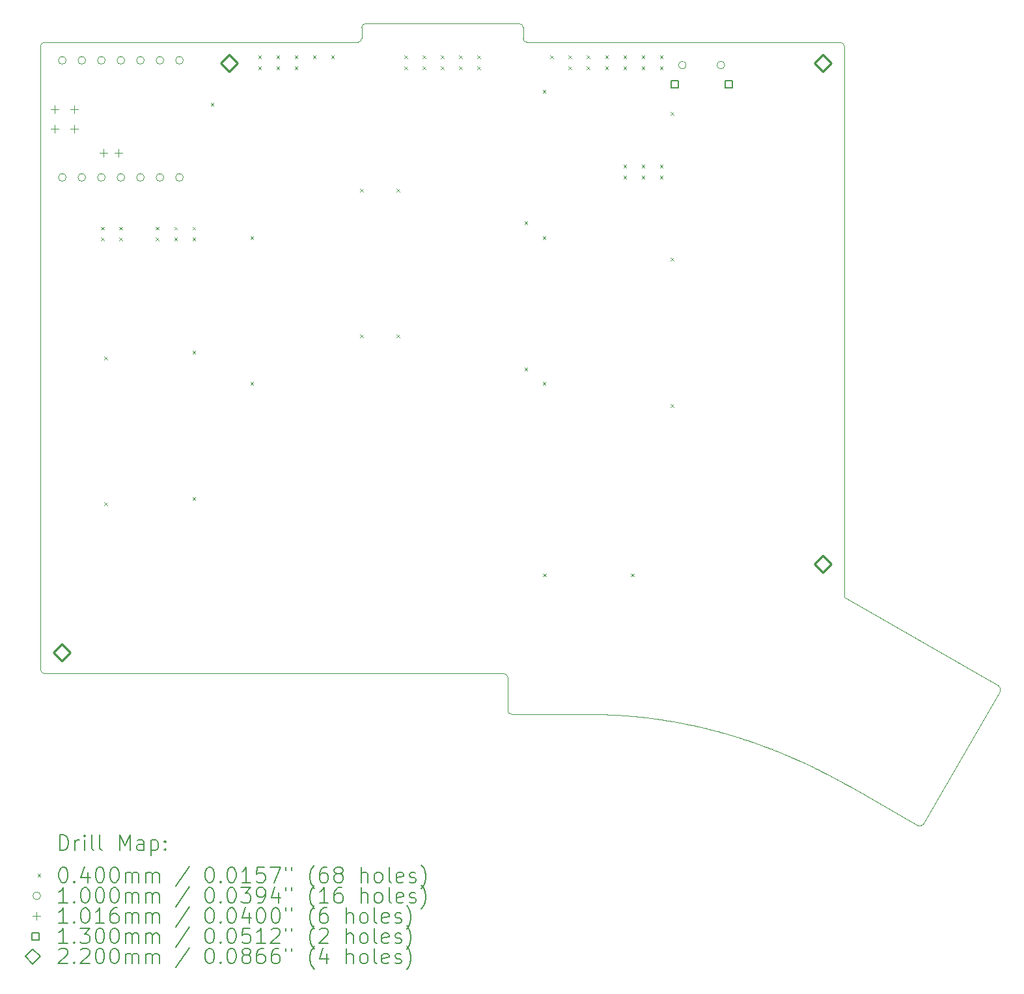
<source format=gbr>
%TF.GenerationSoftware,KiCad,Pcbnew,7.0.1*%
%TF.CreationDate,2023-05-27T21:32:01-04:00*%
%TF.ProjectId,pcb-left,7063622d-6c65-4667-942e-6b696361645f,0.3*%
%TF.SameCoordinates,Original*%
%TF.FileFunction,Drillmap*%
%TF.FilePolarity,Positive*%
%FSLAX45Y45*%
G04 Gerber Fmt 4.5, Leading zero omitted, Abs format (unit mm)*
G04 Created by KiCad (PCBNEW 7.0.1) date 2023-05-27 21:32:01*
%MOMM*%
%LPD*%
G01*
G04 APERTURE LIST*
%ADD10C,0.020000*%
%ADD11C,0.200000*%
%ADD12C,0.040000*%
%ADD13C,0.100000*%
%ADD14C,0.101600*%
%ADD15C,0.130000*%
%ADD16C,0.220000*%
G04 APERTURE END LIST*
D10*
X14319730Y-13282182D02*
X15185756Y-13782182D01*
X8002230Y-3342855D02*
X10002230Y-3342855D01*
X13676775Y-12950501D02*
X13682903Y-12953301D01*
X13689053Y-12956119D01*
X13695249Y-12958965D01*
X13701514Y-12961852D01*
X13707872Y-12964792D01*
X13714346Y-12967797D01*
X13720960Y-12970879D01*
X13727739Y-12974050D01*
X13734704Y-12977321D01*
X13741880Y-12980705D01*
X13749290Y-12984214D01*
X13756959Y-12987860D01*
X13764909Y-12991655D01*
X13773164Y-12995611D01*
X13781749Y-12999739D01*
X13790685Y-13004052D01*
X13799998Y-13008562D01*
X13809710Y-13013280D01*
X13819845Y-13018219D01*
X13830427Y-13023392D01*
X13841479Y-13028808D01*
X13853026Y-13034482D01*
X13865090Y-13040424D01*
X13877695Y-13046647D01*
X13890864Y-13053163D01*
X13904623Y-13059983D01*
X13918993Y-13067120D01*
X13933998Y-13074586D01*
X13949663Y-13082392D01*
X13966010Y-13090551D01*
X13983064Y-13099075D01*
X14000847Y-13107975D01*
X11265508Y-12340709D02*
X11272282Y-12341100D01*
X11279082Y-12341499D01*
X11285933Y-12341910D01*
X11292861Y-12342336D01*
X11299892Y-12342778D01*
X11307053Y-12343241D01*
X11314369Y-12343726D01*
X11321868Y-12344237D01*
X11329575Y-12344776D01*
X11337515Y-12345347D01*
X11345717Y-12345951D01*
X11354205Y-12346593D01*
X11363005Y-12347273D01*
X11372145Y-12347997D01*
X11381649Y-12348765D01*
X11391545Y-12349582D01*
X11401858Y-12350449D01*
X11412615Y-12351370D01*
X11423842Y-12352347D01*
X11435564Y-12353384D01*
X11447809Y-12354482D01*
X11460602Y-12355645D01*
X11473969Y-12356876D01*
X11487937Y-12358178D01*
X11502532Y-12359552D01*
X11517779Y-12361003D01*
X11533706Y-12362532D01*
X11550338Y-12364143D01*
X11567701Y-12365838D01*
X11585822Y-12367621D01*
X11604727Y-12369493D01*
X11624442Y-12371459D01*
X3827230Y-3585355D02*
X7902230Y-3585355D01*
X11624442Y-12371459D02*
X11631134Y-12372226D01*
X11637851Y-12373004D01*
X11644618Y-12373795D01*
X11651461Y-12374605D01*
X11658407Y-12375438D01*
X11665480Y-12376298D01*
X11672707Y-12377189D01*
X11680113Y-12378115D01*
X11687725Y-12379081D01*
X11695568Y-12380091D01*
X11703669Y-12381148D01*
X11712052Y-12382258D01*
X11720743Y-12383425D01*
X11729769Y-12384652D01*
X11739156Y-12385944D01*
X11748929Y-12387306D01*
X11759114Y-12388741D01*
X11769737Y-12390253D01*
X11780823Y-12391848D01*
X11792399Y-12393528D01*
X11804491Y-12395299D01*
X11817123Y-12397165D01*
X11830323Y-12399129D01*
X11844116Y-12401196D01*
X11858527Y-12403371D01*
X11873583Y-12405656D01*
X11889309Y-12408058D01*
X11905732Y-12410580D01*
X11922876Y-12413226D01*
X11940769Y-12416000D01*
X11959435Y-12418906D01*
X11978901Y-12421950D01*
X10052225Y-3392855D02*
G75*
G03*
X10002230Y-3342855I-49985J15D01*
G01*
X12328663Y-12491541D02*
X12335179Y-12493025D01*
X12341718Y-12494522D01*
X12348306Y-12496038D01*
X12354968Y-12497581D01*
X12361730Y-12499156D01*
X12368615Y-12500772D01*
X12375649Y-12502436D01*
X12382858Y-12504153D01*
X12390266Y-12505932D01*
X12397899Y-12507778D01*
X12405781Y-12509700D01*
X12413939Y-12511703D01*
X12422396Y-12513796D01*
X12431178Y-12515985D01*
X12440310Y-12518276D01*
X12449818Y-12520677D01*
X12459726Y-12523196D01*
X12470059Y-12525837D01*
X12480843Y-12528610D01*
X12492103Y-12531520D01*
X12503863Y-12534575D01*
X12516150Y-12537782D01*
X12528987Y-12541147D01*
X12542400Y-12544678D01*
X12556415Y-12548381D01*
X12571056Y-12552264D01*
X12586349Y-12556333D01*
X12602318Y-12560595D01*
X12618989Y-12565058D01*
X12636387Y-12569728D01*
X12654537Y-12574612D01*
X12673464Y-12579718D01*
X10052225Y-3535355D02*
G75*
G03*
X10102230Y-3585355I50015J15D01*
G01*
X3827230Y-3585360D02*
G75*
G03*
X3777230Y-3635355I0J-50000D01*
G01*
X7952230Y-3392855D02*
X7952230Y-3535355D01*
X3777225Y-11752855D02*
G75*
G03*
X3827230Y-11802855I50015J15D01*
G01*
X10102230Y-3585355D02*
X14177230Y-3585355D01*
X14000847Y-13107975D02*
X14006878Y-13111089D01*
X14012931Y-13114221D01*
X14019028Y-13117384D01*
X14025194Y-13120592D01*
X14031451Y-13123858D01*
X14037822Y-13127195D01*
X14044332Y-13130616D01*
X14051002Y-13134134D01*
X14057856Y-13137763D01*
X14064918Y-13141516D01*
X14072210Y-13145406D01*
X14079757Y-13149446D01*
X14087580Y-13153650D01*
X14095703Y-13158031D01*
X14104150Y-13162602D01*
X14112944Y-13167375D01*
X14122107Y-13172366D01*
X14131664Y-13177586D01*
X14141637Y-13183048D01*
X14152049Y-13188767D01*
X14162925Y-13194756D01*
X14174286Y-13201026D01*
X14186156Y-13207593D01*
X14198558Y-13214468D01*
X14211517Y-13221666D01*
X14225054Y-13229199D01*
X14239193Y-13237081D01*
X14253957Y-13245324D01*
X14269370Y-13253943D01*
X14285454Y-13262950D01*
X14302233Y-13272359D01*
X14319730Y-13282182D01*
X13013104Y-12685988D02*
X13019427Y-12688151D01*
X13025772Y-12690328D01*
X13032165Y-12692529D01*
X13038629Y-12694765D01*
X13045189Y-12697043D01*
X13051870Y-12699374D01*
X13058695Y-12701768D01*
X13065688Y-12704234D01*
X13072875Y-12706780D01*
X13080280Y-12709418D01*
X13087927Y-12712157D01*
X13095840Y-12715005D01*
X13104044Y-12717973D01*
X13112562Y-12721070D01*
X13121421Y-12724305D01*
X13130642Y-12727689D01*
X13140252Y-12731230D01*
X13150275Y-12734939D01*
X13160734Y-12738824D01*
X13171655Y-12742895D01*
X13183060Y-12747163D01*
X13194976Y-12751635D01*
X13207426Y-12756323D01*
X13220435Y-12761235D01*
X13234026Y-12766381D01*
X13248225Y-12771770D01*
X13263055Y-12777413D01*
X13278541Y-12783318D01*
X13294708Y-12789495D01*
X13311579Y-12795954D01*
X13329179Y-12802704D01*
X13347533Y-12809754D01*
X16254055Y-12031829D02*
G75*
G03*
X16235756Y-11963529I-43305J24999D01*
G01*
X12673464Y-12579718D02*
X12679884Y-12581546D01*
X12686328Y-12583389D01*
X12692819Y-12585253D01*
X12699383Y-12587147D01*
X12706045Y-12589080D01*
X12712829Y-12591059D01*
X12719760Y-12593093D01*
X12726862Y-12595190D01*
X12734161Y-12597359D01*
X12741680Y-12599608D01*
X12749446Y-12601944D01*
X12757482Y-12604377D01*
X12765813Y-12606915D01*
X12774464Y-12609565D01*
X12783461Y-12612336D01*
X12792826Y-12615237D01*
X12802586Y-12618275D01*
X12812765Y-12621459D01*
X12823387Y-12624798D01*
X12834478Y-12628299D01*
X12846061Y-12631970D01*
X12858163Y-12635820D01*
X12870808Y-12639858D01*
X12884019Y-12644091D01*
X12897823Y-12648528D01*
X12912243Y-12653177D01*
X12927306Y-12658047D01*
X12943034Y-12663145D01*
X12959453Y-12668480D01*
X12976588Y-12674060D01*
X12994464Y-12679893D01*
X13013104Y-12685988D01*
X9902230Y-12330355D02*
X10902230Y-12330355D01*
X9852225Y-11852855D02*
G75*
G03*
X9802230Y-11802855I-49985J15D01*
G01*
X10052230Y-3392855D02*
X10052230Y-3535355D01*
X9852230Y-11852855D02*
X9852230Y-12280355D01*
X16235756Y-11963529D02*
X14227230Y-10803906D01*
X15254057Y-13763881D02*
X16254057Y-12031830D01*
X8002230Y-3342860D02*
G75*
G03*
X7952230Y-3392855I0J-50000D01*
G01*
X14227225Y-3635355D02*
G75*
G03*
X14177230Y-3585355I-49985J15D01*
G01*
X9852225Y-12280355D02*
G75*
G03*
X9902230Y-12330355I50015J15D01*
G01*
X15185757Y-13782180D02*
G75*
G03*
X15254057Y-13763881I25003J43290D01*
G01*
X3777230Y-3635355D02*
X3777230Y-11752855D01*
X13347533Y-12809754D02*
X13353758Y-12812240D01*
X13360005Y-12814741D01*
X13366299Y-12817268D01*
X13372664Y-12819833D01*
X13379122Y-12822446D01*
X13385699Y-12825118D01*
X13392419Y-12827859D01*
X13399304Y-12830681D01*
X13406380Y-12833593D01*
X13413670Y-12836608D01*
X13421199Y-12839735D01*
X13428989Y-12842986D01*
X13437066Y-12846371D01*
X13445453Y-12849901D01*
X13454174Y-12853586D01*
X13463253Y-12857438D01*
X13472714Y-12861468D01*
X13482581Y-12865685D01*
X13492878Y-12870101D01*
X13503629Y-12874727D01*
X13514857Y-12879573D01*
X13526588Y-12884650D01*
X13538845Y-12889969D01*
X13551651Y-12895540D01*
X13565032Y-12901375D01*
X13579010Y-12907485D01*
X13593610Y-12913879D01*
X13608856Y-12920569D01*
X13624771Y-12927565D01*
X13641380Y-12934879D01*
X13658707Y-12942520D01*
X13676775Y-12950501D01*
X14227230Y-3635355D02*
X14227230Y-10803906D01*
X11978901Y-12421950D02*
X11985508Y-12423081D01*
X11992138Y-12424224D01*
X11998818Y-12425383D01*
X12005573Y-12426565D01*
X12012429Y-12427775D01*
X12019411Y-12429018D01*
X12026544Y-12430301D01*
X12033855Y-12431628D01*
X12041368Y-12433006D01*
X12049108Y-12434441D01*
X12057103Y-12435936D01*
X12065376Y-12437500D01*
X12073954Y-12439136D01*
X12082861Y-12440850D01*
X12092124Y-12442649D01*
X12101768Y-12444538D01*
X12111818Y-12446521D01*
X12122300Y-12448606D01*
X12133240Y-12450798D01*
X12144662Y-12453102D01*
X12156592Y-12455523D01*
X12169056Y-12458068D01*
X12182080Y-12460742D01*
X12195688Y-12463551D01*
X12209907Y-12466500D01*
X12224761Y-12469594D01*
X12240276Y-12472841D01*
X12256478Y-12476244D01*
X12273392Y-12479810D01*
X12291044Y-12483545D01*
X12309459Y-12487453D01*
X12328663Y-12491541D01*
X10902230Y-12330355D02*
X10909086Y-12330358D01*
X10915967Y-12330369D01*
X10922899Y-12330389D01*
X10929910Y-12330418D01*
X10937025Y-12330459D01*
X10944272Y-12330512D01*
X10951676Y-12330580D01*
X10959265Y-12330663D01*
X10967064Y-12330763D01*
X10975100Y-12330880D01*
X10983400Y-12331017D01*
X10991990Y-12331175D01*
X11000897Y-12331355D01*
X11010146Y-12331558D01*
X11019766Y-12331785D01*
X11029781Y-12332039D01*
X11040219Y-12332320D01*
X11051106Y-12332629D01*
X11062469Y-12332969D01*
X11074333Y-12333340D01*
X11086726Y-12333743D01*
X11099674Y-12334180D01*
X11113204Y-12334653D01*
X11127341Y-12335162D01*
X11142113Y-12335708D01*
X11157546Y-12336295D01*
X11173667Y-12336921D01*
X11190501Y-12337590D01*
X11208076Y-12338302D01*
X11226418Y-12339058D01*
X11245553Y-12339860D01*
X11265508Y-12340709D01*
X7902230Y-3585360D02*
G75*
G03*
X7952230Y-3535355I0J50000D01*
G01*
X3827230Y-11802855D02*
X9802230Y-11802855D01*
D11*
D12*
X4564063Y-5987500D02*
X4604063Y-6027500D01*
X4604063Y-5987500D02*
X4564063Y-6027500D01*
X4564063Y-6130000D02*
X4604063Y-6170000D01*
X4604063Y-6130000D02*
X4564063Y-6170000D01*
X4606563Y-7675000D02*
X4646563Y-7715000D01*
X4646563Y-7675000D02*
X4606563Y-7715000D01*
X4606563Y-9575000D02*
X4646563Y-9615000D01*
X4646563Y-9575000D02*
X4606563Y-9615000D01*
X4801563Y-5987500D02*
X4841563Y-6027500D01*
X4841563Y-5987500D02*
X4801563Y-6027500D01*
X4801563Y-6130000D02*
X4841563Y-6170000D01*
X4841563Y-6130000D02*
X4801563Y-6170000D01*
X5276563Y-5987500D02*
X5316563Y-6027500D01*
X5316563Y-5987500D02*
X5276563Y-6027500D01*
X5276563Y-6130000D02*
X5316563Y-6170000D01*
X5316563Y-6130000D02*
X5276563Y-6170000D01*
X5514063Y-5987500D02*
X5554063Y-6027500D01*
X5554063Y-5987500D02*
X5514063Y-6027500D01*
X5514063Y-6130000D02*
X5554063Y-6170000D01*
X5554063Y-6130000D02*
X5514063Y-6170000D01*
X5751562Y-5987500D02*
X5791562Y-6027500D01*
X5791562Y-5987500D02*
X5751562Y-6027500D01*
X5751562Y-6130000D02*
X5791562Y-6170000D01*
X5791562Y-6130000D02*
X5751562Y-6170000D01*
X5751562Y-7602500D02*
X5791562Y-7642500D01*
X5791562Y-7602500D02*
X5751562Y-7642500D01*
X5751562Y-9502500D02*
X5791562Y-9542500D01*
X5791562Y-9502500D02*
X5751562Y-9542500D01*
X5989062Y-4372500D02*
X6029062Y-4412500D01*
X6029062Y-4372500D02*
X5989062Y-4412500D01*
X6506562Y-6107500D02*
X6546562Y-6147500D01*
X6546562Y-6107500D02*
X6506562Y-6147500D01*
X6506562Y-8007500D02*
X6546562Y-8047500D01*
X6546562Y-8007500D02*
X6506562Y-8047500D01*
X6606562Y-3755000D02*
X6646562Y-3795000D01*
X6646562Y-3755000D02*
X6606562Y-3795000D01*
X6606562Y-3897500D02*
X6646562Y-3937500D01*
X6646562Y-3897500D02*
X6606562Y-3937500D01*
X6844062Y-3755000D02*
X6884062Y-3795000D01*
X6884062Y-3755000D02*
X6844062Y-3795000D01*
X6844062Y-3897500D02*
X6884062Y-3937500D01*
X6884062Y-3897500D02*
X6844062Y-3937500D01*
X7081562Y-3755000D02*
X7121562Y-3795000D01*
X7121562Y-3755000D02*
X7081562Y-3795000D01*
X7081562Y-3897500D02*
X7121562Y-3937500D01*
X7121562Y-3897500D02*
X7081562Y-3937500D01*
X7319062Y-3755000D02*
X7359062Y-3795000D01*
X7359062Y-3755000D02*
X7319062Y-3795000D01*
X7556562Y-3755000D02*
X7596562Y-3795000D01*
X7596562Y-3755000D02*
X7556562Y-3795000D01*
X7931562Y-5490000D02*
X7971562Y-5530000D01*
X7971562Y-5490000D02*
X7931562Y-5530000D01*
X7931562Y-7390000D02*
X7971562Y-7430000D01*
X7971562Y-7390000D02*
X7931562Y-7430000D01*
X8406563Y-5490000D02*
X8446563Y-5530000D01*
X8446563Y-5490000D02*
X8406563Y-5530000D01*
X8406563Y-7390000D02*
X8446563Y-7430000D01*
X8446563Y-7390000D02*
X8406563Y-7430000D01*
X8506563Y-3755000D02*
X8546563Y-3795000D01*
X8546563Y-3755000D02*
X8506563Y-3795000D01*
X8506563Y-3897500D02*
X8546563Y-3937500D01*
X8546563Y-3897500D02*
X8506563Y-3937500D01*
X8744063Y-3755000D02*
X8784063Y-3795000D01*
X8784063Y-3755000D02*
X8744063Y-3795000D01*
X8744063Y-3897500D02*
X8784063Y-3937500D01*
X8784063Y-3897500D02*
X8744063Y-3937500D01*
X8981563Y-3755000D02*
X9021563Y-3795000D01*
X9021563Y-3755000D02*
X8981563Y-3795000D01*
X8981563Y-3897500D02*
X9021563Y-3937500D01*
X9021563Y-3897500D02*
X8981563Y-3937500D01*
X9219063Y-3755000D02*
X9259063Y-3795000D01*
X9259063Y-3755000D02*
X9219063Y-3795000D01*
X9219063Y-3897500D02*
X9259063Y-3937500D01*
X9259063Y-3897500D02*
X9219063Y-3937500D01*
X9456563Y-3755000D02*
X9496563Y-3795000D01*
X9496563Y-3755000D02*
X9456563Y-3795000D01*
X9456563Y-3897500D02*
X9496563Y-3937500D01*
X9496563Y-3897500D02*
X9456563Y-3937500D01*
X10069063Y-5917500D02*
X10109063Y-5957500D01*
X10109063Y-5917500D02*
X10069063Y-5957500D01*
X10069063Y-7817500D02*
X10109063Y-7857500D01*
X10109063Y-7817500D02*
X10069063Y-7857500D01*
X10306563Y-4207500D02*
X10346563Y-4247500D01*
X10346563Y-4207500D02*
X10306563Y-4247500D01*
X10306563Y-6107500D02*
X10346563Y-6147500D01*
X10346563Y-6107500D02*
X10306563Y-6147500D01*
X10306563Y-8007500D02*
X10346563Y-8047500D01*
X10346563Y-8007500D02*
X10306563Y-8047500D01*
X10311563Y-10500000D02*
X10351563Y-10540000D01*
X10351563Y-10500000D02*
X10311563Y-10540000D01*
X10406563Y-3755000D02*
X10446563Y-3795000D01*
X10446563Y-3755000D02*
X10406563Y-3795000D01*
X10644063Y-3755000D02*
X10684063Y-3795000D01*
X10684063Y-3755000D02*
X10644063Y-3795000D01*
X10644063Y-3897500D02*
X10684063Y-3937500D01*
X10684063Y-3897500D02*
X10644063Y-3937500D01*
X10881563Y-3755000D02*
X10921563Y-3795000D01*
X10921563Y-3755000D02*
X10881563Y-3795000D01*
X10881563Y-3897500D02*
X10921563Y-3937500D01*
X10921563Y-3897500D02*
X10881563Y-3937500D01*
X11119063Y-3755000D02*
X11159063Y-3795000D01*
X11159063Y-3755000D02*
X11119063Y-3795000D01*
X11119063Y-3897500D02*
X11159063Y-3937500D01*
X11159063Y-3897500D02*
X11119063Y-3937500D01*
X11356562Y-3755000D02*
X11396562Y-3795000D01*
X11396562Y-3755000D02*
X11356562Y-3795000D01*
X11356562Y-3897500D02*
X11396562Y-3937500D01*
X11396562Y-3897500D02*
X11356562Y-3937500D01*
X11356562Y-5180000D02*
X11396562Y-5220000D01*
X11396562Y-5180000D02*
X11356562Y-5220000D01*
X11356562Y-5322500D02*
X11396562Y-5362500D01*
X11396562Y-5322500D02*
X11356562Y-5362500D01*
X11451562Y-10500000D02*
X11491562Y-10540000D01*
X11491562Y-10500000D02*
X11451562Y-10540000D01*
X11594062Y-3755000D02*
X11634062Y-3795000D01*
X11634062Y-3755000D02*
X11594062Y-3795000D01*
X11594062Y-3897500D02*
X11634062Y-3937500D01*
X11634062Y-3897500D02*
X11594062Y-3937500D01*
X11594062Y-5180000D02*
X11634062Y-5220000D01*
X11634062Y-5180000D02*
X11594062Y-5220000D01*
X11594062Y-5322500D02*
X11634062Y-5362500D01*
X11634062Y-5322500D02*
X11594062Y-5362500D01*
X11831562Y-3755000D02*
X11871562Y-3795000D01*
X11871562Y-3755000D02*
X11831562Y-3795000D01*
X11831562Y-3897500D02*
X11871562Y-3937500D01*
X11871562Y-3897500D02*
X11831562Y-3937500D01*
X11831562Y-5180000D02*
X11871562Y-5220000D01*
X11871562Y-5180000D02*
X11831562Y-5220000D01*
X11831562Y-5322500D02*
X11871562Y-5362500D01*
X11871562Y-5322500D02*
X11831562Y-5362500D01*
X11969062Y-4492500D02*
X12009062Y-4532500D01*
X12009062Y-4492500D02*
X11969062Y-4532500D01*
X11969062Y-6392500D02*
X12009062Y-6432500D01*
X12009062Y-6392500D02*
X11969062Y-6432500D01*
X11969062Y-8292500D02*
X12009062Y-8332500D01*
X12009062Y-8292500D02*
X11969062Y-8332500D01*
D13*
X4109562Y-3820500D02*
G75*
G03*
X4109562Y-3820500I-50000J0D01*
G01*
X4109562Y-5344500D02*
G75*
G03*
X4109562Y-5344500I-50000J0D01*
G01*
X4363563Y-3820500D02*
G75*
G03*
X4363563Y-3820500I-50000J0D01*
G01*
X4363563Y-5344500D02*
G75*
G03*
X4363563Y-5344500I-50000J0D01*
G01*
X4617563Y-3820500D02*
G75*
G03*
X4617563Y-3820500I-50000J0D01*
G01*
X4617563Y-5344500D02*
G75*
G03*
X4617563Y-5344500I-50000J0D01*
G01*
X4871563Y-3820500D02*
G75*
G03*
X4871563Y-3820500I-50000J0D01*
G01*
X4871563Y-5344500D02*
G75*
G03*
X4871563Y-5344500I-50000J0D01*
G01*
X5125563Y-3820500D02*
G75*
G03*
X5125563Y-3820500I-50000J0D01*
G01*
X5125563Y-5344500D02*
G75*
G03*
X5125563Y-5344500I-50000J0D01*
G01*
X5379563Y-3820500D02*
G75*
G03*
X5379563Y-3820500I-50000J0D01*
G01*
X5379563Y-5344500D02*
G75*
G03*
X5379563Y-5344500I-50000J0D01*
G01*
X5633562Y-3820500D02*
G75*
G03*
X5633562Y-3820500I-50000J0D01*
G01*
X5633562Y-5344500D02*
G75*
G03*
X5633562Y-5344500I-50000J0D01*
G01*
X12174062Y-3883000D02*
G75*
G03*
X12174062Y-3883000I-50000J0D01*
G01*
X12674062Y-3883000D02*
G75*
G03*
X12674062Y-3883000I-50000J0D01*
G01*
D14*
X3964362Y-4404700D02*
X3964362Y-4506300D01*
X3913562Y-4455500D02*
X4015162Y-4455500D01*
X3964362Y-4658700D02*
X3964362Y-4760300D01*
X3913562Y-4709500D02*
X4015162Y-4709500D01*
X4218363Y-4404700D02*
X4218363Y-4506300D01*
X4167562Y-4455500D02*
X4269163Y-4455500D01*
X4218363Y-4658700D02*
X4218363Y-4760300D01*
X4167562Y-4709500D02*
X4269163Y-4709500D01*
X4599363Y-4976200D02*
X4599363Y-5077800D01*
X4548563Y-5027000D02*
X4650163Y-5027000D01*
X4789863Y-4976200D02*
X4789863Y-5077800D01*
X4739063Y-5027000D02*
X4840663Y-5027000D01*
D15*
X12070025Y-4178962D02*
X12070025Y-4087038D01*
X11978100Y-4087038D01*
X11978100Y-4178962D01*
X12070025Y-4178962D01*
X12770025Y-4178962D02*
X12770025Y-4087038D01*
X12678100Y-4087038D01*
X12678100Y-4178962D01*
X12770025Y-4178962D01*
D16*
X4052230Y-11637857D02*
X4162230Y-11527857D01*
X4052230Y-11417857D01*
X3942230Y-11527857D01*
X4052230Y-11637857D01*
X6226230Y-3970357D02*
X6336230Y-3860357D01*
X6226230Y-3750357D01*
X6116230Y-3860357D01*
X6226230Y-3970357D01*
X13951230Y-10483907D02*
X14061230Y-10373907D01*
X13951230Y-10263907D01*
X13841230Y-10373907D01*
X13951230Y-10483907D01*
X13951230Y-3970357D02*
X14061230Y-3860357D01*
X13951230Y-3750357D01*
X13841230Y-3860357D01*
X13951230Y-3970357D01*
D11*
X4023849Y-14102405D02*
X4023849Y-13902405D01*
X4023849Y-13902405D02*
X4071468Y-13902405D01*
X4071468Y-13902405D02*
X4100040Y-13911929D01*
X4100040Y-13911929D02*
X4119087Y-13930977D01*
X4119087Y-13930977D02*
X4128611Y-13950024D01*
X4128611Y-13950024D02*
X4138135Y-13988120D01*
X4138135Y-13988120D02*
X4138135Y-14016691D01*
X4138135Y-14016691D02*
X4128611Y-14054786D01*
X4128611Y-14054786D02*
X4119087Y-14073834D01*
X4119087Y-14073834D02*
X4100040Y-14092882D01*
X4100040Y-14092882D02*
X4071468Y-14102405D01*
X4071468Y-14102405D02*
X4023849Y-14102405D01*
X4223849Y-14102405D02*
X4223849Y-13969072D01*
X4223849Y-14007167D02*
X4233373Y-13988120D01*
X4233373Y-13988120D02*
X4242897Y-13978596D01*
X4242897Y-13978596D02*
X4261945Y-13969072D01*
X4261945Y-13969072D02*
X4280992Y-13969072D01*
X4347659Y-14102405D02*
X4347659Y-13969072D01*
X4347659Y-13902405D02*
X4338135Y-13911929D01*
X4338135Y-13911929D02*
X4347659Y-13921453D01*
X4347659Y-13921453D02*
X4357183Y-13911929D01*
X4357183Y-13911929D02*
X4347659Y-13902405D01*
X4347659Y-13902405D02*
X4347659Y-13921453D01*
X4471468Y-14102405D02*
X4452421Y-14092882D01*
X4452421Y-14092882D02*
X4442897Y-14073834D01*
X4442897Y-14073834D02*
X4442897Y-13902405D01*
X4576230Y-14102405D02*
X4557183Y-14092882D01*
X4557183Y-14092882D02*
X4547659Y-14073834D01*
X4547659Y-14073834D02*
X4547659Y-13902405D01*
X4804802Y-14102405D02*
X4804802Y-13902405D01*
X4804802Y-13902405D02*
X4871468Y-14045263D01*
X4871468Y-14045263D02*
X4938135Y-13902405D01*
X4938135Y-13902405D02*
X4938135Y-14102405D01*
X5119087Y-14102405D02*
X5119087Y-13997644D01*
X5119087Y-13997644D02*
X5109564Y-13978596D01*
X5109564Y-13978596D02*
X5090516Y-13969072D01*
X5090516Y-13969072D02*
X5052421Y-13969072D01*
X5052421Y-13969072D02*
X5033373Y-13978596D01*
X5119087Y-14092882D02*
X5100040Y-14102405D01*
X5100040Y-14102405D02*
X5052421Y-14102405D01*
X5052421Y-14102405D02*
X5033373Y-14092882D01*
X5033373Y-14092882D02*
X5023849Y-14073834D01*
X5023849Y-14073834D02*
X5023849Y-14054786D01*
X5023849Y-14054786D02*
X5033373Y-14035739D01*
X5033373Y-14035739D02*
X5052421Y-14026215D01*
X5052421Y-14026215D02*
X5100040Y-14026215D01*
X5100040Y-14026215D02*
X5119087Y-14016691D01*
X5214326Y-13969072D02*
X5214326Y-14169072D01*
X5214326Y-13978596D02*
X5233373Y-13969072D01*
X5233373Y-13969072D02*
X5271468Y-13969072D01*
X5271468Y-13969072D02*
X5290516Y-13978596D01*
X5290516Y-13978596D02*
X5300040Y-13988120D01*
X5300040Y-13988120D02*
X5309564Y-14007167D01*
X5309564Y-14007167D02*
X5309564Y-14064310D01*
X5309564Y-14064310D02*
X5300040Y-14083358D01*
X5300040Y-14083358D02*
X5290516Y-14092882D01*
X5290516Y-14092882D02*
X5271468Y-14102405D01*
X5271468Y-14102405D02*
X5233373Y-14102405D01*
X5233373Y-14102405D02*
X5214326Y-14092882D01*
X5395278Y-14083358D02*
X5404802Y-14092882D01*
X5404802Y-14092882D02*
X5395278Y-14102405D01*
X5395278Y-14102405D02*
X5385754Y-14092882D01*
X5385754Y-14092882D02*
X5395278Y-14083358D01*
X5395278Y-14083358D02*
X5395278Y-14102405D01*
X5395278Y-13978596D02*
X5404802Y-13988120D01*
X5404802Y-13988120D02*
X5395278Y-13997644D01*
X5395278Y-13997644D02*
X5385754Y-13988120D01*
X5385754Y-13988120D02*
X5395278Y-13978596D01*
X5395278Y-13978596D02*
X5395278Y-13997644D01*
D12*
X3736230Y-14409882D02*
X3776230Y-14449882D01*
X3776230Y-14409882D02*
X3736230Y-14449882D01*
D11*
X4061944Y-14322405D02*
X4080992Y-14322405D01*
X4080992Y-14322405D02*
X4100040Y-14331929D01*
X4100040Y-14331929D02*
X4109564Y-14341453D01*
X4109564Y-14341453D02*
X4119087Y-14360501D01*
X4119087Y-14360501D02*
X4128611Y-14398596D01*
X4128611Y-14398596D02*
X4128611Y-14446215D01*
X4128611Y-14446215D02*
X4119087Y-14484310D01*
X4119087Y-14484310D02*
X4109564Y-14503358D01*
X4109564Y-14503358D02*
X4100040Y-14512882D01*
X4100040Y-14512882D02*
X4080992Y-14522405D01*
X4080992Y-14522405D02*
X4061944Y-14522405D01*
X4061944Y-14522405D02*
X4042897Y-14512882D01*
X4042897Y-14512882D02*
X4033373Y-14503358D01*
X4033373Y-14503358D02*
X4023849Y-14484310D01*
X4023849Y-14484310D02*
X4014325Y-14446215D01*
X4014325Y-14446215D02*
X4014325Y-14398596D01*
X4014325Y-14398596D02*
X4023849Y-14360501D01*
X4023849Y-14360501D02*
X4033373Y-14341453D01*
X4033373Y-14341453D02*
X4042897Y-14331929D01*
X4042897Y-14331929D02*
X4061944Y-14322405D01*
X4214326Y-14503358D02*
X4223849Y-14512882D01*
X4223849Y-14512882D02*
X4214326Y-14522405D01*
X4214326Y-14522405D02*
X4204802Y-14512882D01*
X4204802Y-14512882D02*
X4214326Y-14503358D01*
X4214326Y-14503358D02*
X4214326Y-14522405D01*
X4395278Y-14389072D02*
X4395278Y-14522405D01*
X4347659Y-14312882D02*
X4300040Y-14455739D01*
X4300040Y-14455739D02*
X4423849Y-14455739D01*
X4538135Y-14322405D02*
X4557183Y-14322405D01*
X4557183Y-14322405D02*
X4576230Y-14331929D01*
X4576230Y-14331929D02*
X4585754Y-14341453D01*
X4585754Y-14341453D02*
X4595278Y-14360501D01*
X4595278Y-14360501D02*
X4604802Y-14398596D01*
X4604802Y-14398596D02*
X4604802Y-14446215D01*
X4604802Y-14446215D02*
X4595278Y-14484310D01*
X4595278Y-14484310D02*
X4585754Y-14503358D01*
X4585754Y-14503358D02*
X4576230Y-14512882D01*
X4576230Y-14512882D02*
X4557183Y-14522405D01*
X4557183Y-14522405D02*
X4538135Y-14522405D01*
X4538135Y-14522405D02*
X4519087Y-14512882D01*
X4519087Y-14512882D02*
X4509564Y-14503358D01*
X4509564Y-14503358D02*
X4500040Y-14484310D01*
X4500040Y-14484310D02*
X4490516Y-14446215D01*
X4490516Y-14446215D02*
X4490516Y-14398596D01*
X4490516Y-14398596D02*
X4500040Y-14360501D01*
X4500040Y-14360501D02*
X4509564Y-14341453D01*
X4509564Y-14341453D02*
X4519087Y-14331929D01*
X4519087Y-14331929D02*
X4538135Y-14322405D01*
X4728611Y-14322405D02*
X4747659Y-14322405D01*
X4747659Y-14322405D02*
X4766707Y-14331929D01*
X4766707Y-14331929D02*
X4776230Y-14341453D01*
X4776230Y-14341453D02*
X4785754Y-14360501D01*
X4785754Y-14360501D02*
X4795278Y-14398596D01*
X4795278Y-14398596D02*
X4795278Y-14446215D01*
X4795278Y-14446215D02*
X4785754Y-14484310D01*
X4785754Y-14484310D02*
X4776230Y-14503358D01*
X4776230Y-14503358D02*
X4766707Y-14512882D01*
X4766707Y-14512882D02*
X4747659Y-14522405D01*
X4747659Y-14522405D02*
X4728611Y-14522405D01*
X4728611Y-14522405D02*
X4709564Y-14512882D01*
X4709564Y-14512882D02*
X4700040Y-14503358D01*
X4700040Y-14503358D02*
X4690516Y-14484310D01*
X4690516Y-14484310D02*
X4680992Y-14446215D01*
X4680992Y-14446215D02*
X4680992Y-14398596D01*
X4680992Y-14398596D02*
X4690516Y-14360501D01*
X4690516Y-14360501D02*
X4700040Y-14341453D01*
X4700040Y-14341453D02*
X4709564Y-14331929D01*
X4709564Y-14331929D02*
X4728611Y-14322405D01*
X4880992Y-14522405D02*
X4880992Y-14389072D01*
X4880992Y-14408120D02*
X4890516Y-14398596D01*
X4890516Y-14398596D02*
X4909564Y-14389072D01*
X4909564Y-14389072D02*
X4938135Y-14389072D01*
X4938135Y-14389072D02*
X4957183Y-14398596D01*
X4957183Y-14398596D02*
X4966707Y-14417644D01*
X4966707Y-14417644D02*
X4966707Y-14522405D01*
X4966707Y-14417644D02*
X4976230Y-14398596D01*
X4976230Y-14398596D02*
X4995278Y-14389072D01*
X4995278Y-14389072D02*
X5023849Y-14389072D01*
X5023849Y-14389072D02*
X5042897Y-14398596D01*
X5042897Y-14398596D02*
X5052421Y-14417644D01*
X5052421Y-14417644D02*
X5052421Y-14522405D01*
X5147659Y-14522405D02*
X5147659Y-14389072D01*
X5147659Y-14408120D02*
X5157183Y-14398596D01*
X5157183Y-14398596D02*
X5176230Y-14389072D01*
X5176230Y-14389072D02*
X5204802Y-14389072D01*
X5204802Y-14389072D02*
X5223849Y-14398596D01*
X5223849Y-14398596D02*
X5233373Y-14417644D01*
X5233373Y-14417644D02*
X5233373Y-14522405D01*
X5233373Y-14417644D02*
X5242897Y-14398596D01*
X5242897Y-14398596D02*
X5261945Y-14389072D01*
X5261945Y-14389072D02*
X5290516Y-14389072D01*
X5290516Y-14389072D02*
X5309564Y-14398596D01*
X5309564Y-14398596D02*
X5319088Y-14417644D01*
X5319088Y-14417644D02*
X5319088Y-14522405D01*
X5709564Y-14312882D02*
X5538135Y-14570024D01*
X5966707Y-14322405D02*
X5985754Y-14322405D01*
X5985754Y-14322405D02*
X6004802Y-14331929D01*
X6004802Y-14331929D02*
X6014326Y-14341453D01*
X6014326Y-14341453D02*
X6023849Y-14360501D01*
X6023849Y-14360501D02*
X6033373Y-14398596D01*
X6033373Y-14398596D02*
X6033373Y-14446215D01*
X6033373Y-14446215D02*
X6023849Y-14484310D01*
X6023849Y-14484310D02*
X6014326Y-14503358D01*
X6014326Y-14503358D02*
X6004802Y-14512882D01*
X6004802Y-14512882D02*
X5985754Y-14522405D01*
X5985754Y-14522405D02*
X5966707Y-14522405D01*
X5966707Y-14522405D02*
X5947659Y-14512882D01*
X5947659Y-14512882D02*
X5938135Y-14503358D01*
X5938135Y-14503358D02*
X5928611Y-14484310D01*
X5928611Y-14484310D02*
X5919088Y-14446215D01*
X5919088Y-14446215D02*
X5919088Y-14398596D01*
X5919088Y-14398596D02*
X5928611Y-14360501D01*
X5928611Y-14360501D02*
X5938135Y-14341453D01*
X5938135Y-14341453D02*
X5947659Y-14331929D01*
X5947659Y-14331929D02*
X5966707Y-14322405D01*
X6119088Y-14503358D02*
X6128611Y-14512882D01*
X6128611Y-14512882D02*
X6119088Y-14522405D01*
X6119088Y-14522405D02*
X6109564Y-14512882D01*
X6109564Y-14512882D02*
X6119088Y-14503358D01*
X6119088Y-14503358D02*
X6119088Y-14522405D01*
X6252421Y-14322405D02*
X6271469Y-14322405D01*
X6271469Y-14322405D02*
X6290516Y-14331929D01*
X6290516Y-14331929D02*
X6300040Y-14341453D01*
X6300040Y-14341453D02*
X6309564Y-14360501D01*
X6309564Y-14360501D02*
X6319088Y-14398596D01*
X6319088Y-14398596D02*
X6319088Y-14446215D01*
X6319088Y-14446215D02*
X6309564Y-14484310D01*
X6309564Y-14484310D02*
X6300040Y-14503358D01*
X6300040Y-14503358D02*
X6290516Y-14512882D01*
X6290516Y-14512882D02*
X6271469Y-14522405D01*
X6271469Y-14522405D02*
X6252421Y-14522405D01*
X6252421Y-14522405D02*
X6233373Y-14512882D01*
X6233373Y-14512882D02*
X6223849Y-14503358D01*
X6223849Y-14503358D02*
X6214326Y-14484310D01*
X6214326Y-14484310D02*
X6204802Y-14446215D01*
X6204802Y-14446215D02*
X6204802Y-14398596D01*
X6204802Y-14398596D02*
X6214326Y-14360501D01*
X6214326Y-14360501D02*
X6223849Y-14341453D01*
X6223849Y-14341453D02*
X6233373Y-14331929D01*
X6233373Y-14331929D02*
X6252421Y-14322405D01*
X6509564Y-14522405D02*
X6395278Y-14522405D01*
X6452421Y-14522405D02*
X6452421Y-14322405D01*
X6452421Y-14322405D02*
X6433373Y-14350977D01*
X6433373Y-14350977D02*
X6414326Y-14370024D01*
X6414326Y-14370024D02*
X6395278Y-14379548D01*
X6690516Y-14322405D02*
X6595278Y-14322405D01*
X6595278Y-14322405D02*
X6585754Y-14417644D01*
X6585754Y-14417644D02*
X6595278Y-14408120D01*
X6595278Y-14408120D02*
X6614326Y-14398596D01*
X6614326Y-14398596D02*
X6661945Y-14398596D01*
X6661945Y-14398596D02*
X6680992Y-14408120D01*
X6680992Y-14408120D02*
X6690516Y-14417644D01*
X6690516Y-14417644D02*
X6700040Y-14436691D01*
X6700040Y-14436691D02*
X6700040Y-14484310D01*
X6700040Y-14484310D02*
X6690516Y-14503358D01*
X6690516Y-14503358D02*
X6680992Y-14512882D01*
X6680992Y-14512882D02*
X6661945Y-14522405D01*
X6661945Y-14522405D02*
X6614326Y-14522405D01*
X6614326Y-14522405D02*
X6595278Y-14512882D01*
X6595278Y-14512882D02*
X6585754Y-14503358D01*
X6766707Y-14322405D02*
X6900040Y-14322405D01*
X6900040Y-14322405D02*
X6814326Y-14522405D01*
X6966707Y-14322405D02*
X6966707Y-14360501D01*
X7042897Y-14322405D02*
X7042897Y-14360501D01*
X7338135Y-14598596D02*
X7328611Y-14589072D01*
X7328611Y-14589072D02*
X7309564Y-14560501D01*
X7309564Y-14560501D02*
X7300040Y-14541453D01*
X7300040Y-14541453D02*
X7290516Y-14512882D01*
X7290516Y-14512882D02*
X7280992Y-14465263D01*
X7280992Y-14465263D02*
X7280992Y-14427167D01*
X7280992Y-14427167D02*
X7290516Y-14379548D01*
X7290516Y-14379548D02*
X7300040Y-14350977D01*
X7300040Y-14350977D02*
X7309564Y-14331929D01*
X7309564Y-14331929D02*
X7328611Y-14303358D01*
X7328611Y-14303358D02*
X7338135Y-14293834D01*
X7500040Y-14322405D02*
X7461945Y-14322405D01*
X7461945Y-14322405D02*
X7442897Y-14331929D01*
X7442897Y-14331929D02*
X7433373Y-14341453D01*
X7433373Y-14341453D02*
X7414326Y-14370024D01*
X7414326Y-14370024D02*
X7404802Y-14408120D01*
X7404802Y-14408120D02*
X7404802Y-14484310D01*
X7404802Y-14484310D02*
X7414326Y-14503358D01*
X7414326Y-14503358D02*
X7423850Y-14512882D01*
X7423850Y-14512882D02*
X7442897Y-14522405D01*
X7442897Y-14522405D02*
X7480992Y-14522405D01*
X7480992Y-14522405D02*
X7500040Y-14512882D01*
X7500040Y-14512882D02*
X7509564Y-14503358D01*
X7509564Y-14503358D02*
X7519088Y-14484310D01*
X7519088Y-14484310D02*
X7519088Y-14436691D01*
X7519088Y-14436691D02*
X7509564Y-14417644D01*
X7509564Y-14417644D02*
X7500040Y-14408120D01*
X7500040Y-14408120D02*
X7480992Y-14398596D01*
X7480992Y-14398596D02*
X7442897Y-14398596D01*
X7442897Y-14398596D02*
X7423850Y-14408120D01*
X7423850Y-14408120D02*
X7414326Y-14417644D01*
X7414326Y-14417644D02*
X7404802Y-14436691D01*
X7633373Y-14408120D02*
X7614326Y-14398596D01*
X7614326Y-14398596D02*
X7604802Y-14389072D01*
X7604802Y-14389072D02*
X7595278Y-14370024D01*
X7595278Y-14370024D02*
X7595278Y-14360501D01*
X7595278Y-14360501D02*
X7604802Y-14341453D01*
X7604802Y-14341453D02*
X7614326Y-14331929D01*
X7614326Y-14331929D02*
X7633373Y-14322405D01*
X7633373Y-14322405D02*
X7671469Y-14322405D01*
X7671469Y-14322405D02*
X7690516Y-14331929D01*
X7690516Y-14331929D02*
X7700040Y-14341453D01*
X7700040Y-14341453D02*
X7709564Y-14360501D01*
X7709564Y-14360501D02*
X7709564Y-14370024D01*
X7709564Y-14370024D02*
X7700040Y-14389072D01*
X7700040Y-14389072D02*
X7690516Y-14398596D01*
X7690516Y-14398596D02*
X7671469Y-14408120D01*
X7671469Y-14408120D02*
X7633373Y-14408120D01*
X7633373Y-14408120D02*
X7614326Y-14417644D01*
X7614326Y-14417644D02*
X7604802Y-14427167D01*
X7604802Y-14427167D02*
X7595278Y-14446215D01*
X7595278Y-14446215D02*
X7595278Y-14484310D01*
X7595278Y-14484310D02*
X7604802Y-14503358D01*
X7604802Y-14503358D02*
X7614326Y-14512882D01*
X7614326Y-14512882D02*
X7633373Y-14522405D01*
X7633373Y-14522405D02*
X7671469Y-14522405D01*
X7671469Y-14522405D02*
X7690516Y-14512882D01*
X7690516Y-14512882D02*
X7700040Y-14503358D01*
X7700040Y-14503358D02*
X7709564Y-14484310D01*
X7709564Y-14484310D02*
X7709564Y-14446215D01*
X7709564Y-14446215D02*
X7700040Y-14427167D01*
X7700040Y-14427167D02*
X7690516Y-14417644D01*
X7690516Y-14417644D02*
X7671469Y-14408120D01*
X7947659Y-14522405D02*
X7947659Y-14322405D01*
X8033373Y-14522405D02*
X8033373Y-14417644D01*
X8033373Y-14417644D02*
X8023850Y-14398596D01*
X8023850Y-14398596D02*
X8004802Y-14389072D01*
X8004802Y-14389072D02*
X7976231Y-14389072D01*
X7976231Y-14389072D02*
X7957183Y-14398596D01*
X7957183Y-14398596D02*
X7947659Y-14408120D01*
X8157183Y-14522405D02*
X8138135Y-14512882D01*
X8138135Y-14512882D02*
X8128612Y-14503358D01*
X8128612Y-14503358D02*
X8119088Y-14484310D01*
X8119088Y-14484310D02*
X8119088Y-14427167D01*
X8119088Y-14427167D02*
X8128612Y-14408120D01*
X8128612Y-14408120D02*
X8138135Y-14398596D01*
X8138135Y-14398596D02*
X8157183Y-14389072D01*
X8157183Y-14389072D02*
X8185754Y-14389072D01*
X8185754Y-14389072D02*
X8204802Y-14398596D01*
X8204802Y-14398596D02*
X8214326Y-14408120D01*
X8214326Y-14408120D02*
X8223850Y-14427167D01*
X8223850Y-14427167D02*
X8223850Y-14484310D01*
X8223850Y-14484310D02*
X8214326Y-14503358D01*
X8214326Y-14503358D02*
X8204802Y-14512882D01*
X8204802Y-14512882D02*
X8185754Y-14522405D01*
X8185754Y-14522405D02*
X8157183Y-14522405D01*
X8338135Y-14522405D02*
X8319088Y-14512882D01*
X8319088Y-14512882D02*
X8309564Y-14493834D01*
X8309564Y-14493834D02*
X8309564Y-14322405D01*
X8490516Y-14512882D02*
X8471469Y-14522405D01*
X8471469Y-14522405D02*
X8433374Y-14522405D01*
X8433374Y-14522405D02*
X8414326Y-14512882D01*
X8414326Y-14512882D02*
X8404802Y-14493834D01*
X8404802Y-14493834D02*
X8404802Y-14417644D01*
X8404802Y-14417644D02*
X8414326Y-14398596D01*
X8414326Y-14398596D02*
X8433374Y-14389072D01*
X8433374Y-14389072D02*
X8471469Y-14389072D01*
X8471469Y-14389072D02*
X8490516Y-14398596D01*
X8490516Y-14398596D02*
X8500040Y-14417644D01*
X8500040Y-14417644D02*
X8500040Y-14436691D01*
X8500040Y-14436691D02*
X8404802Y-14455739D01*
X8576231Y-14512882D02*
X8595278Y-14522405D01*
X8595278Y-14522405D02*
X8633374Y-14522405D01*
X8633374Y-14522405D02*
X8652421Y-14512882D01*
X8652421Y-14512882D02*
X8661945Y-14493834D01*
X8661945Y-14493834D02*
X8661945Y-14484310D01*
X8661945Y-14484310D02*
X8652421Y-14465263D01*
X8652421Y-14465263D02*
X8633374Y-14455739D01*
X8633374Y-14455739D02*
X8604802Y-14455739D01*
X8604802Y-14455739D02*
X8585755Y-14446215D01*
X8585755Y-14446215D02*
X8576231Y-14427167D01*
X8576231Y-14427167D02*
X8576231Y-14417644D01*
X8576231Y-14417644D02*
X8585755Y-14398596D01*
X8585755Y-14398596D02*
X8604802Y-14389072D01*
X8604802Y-14389072D02*
X8633374Y-14389072D01*
X8633374Y-14389072D02*
X8652421Y-14398596D01*
X8728612Y-14598596D02*
X8738136Y-14589072D01*
X8738136Y-14589072D02*
X8757183Y-14560501D01*
X8757183Y-14560501D02*
X8766707Y-14541453D01*
X8766707Y-14541453D02*
X8776231Y-14512882D01*
X8776231Y-14512882D02*
X8785755Y-14465263D01*
X8785755Y-14465263D02*
X8785755Y-14427167D01*
X8785755Y-14427167D02*
X8776231Y-14379548D01*
X8776231Y-14379548D02*
X8766707Y-14350977D01*
X8766707Y-14350977D02*
X8757183Y-14331929D01*
X8757183Y-14331929D02*
X8738136Y-14303358D01*
X8738136Y-14303358D02*
X8728612Y-14293834D01*
D13*
X3776230Y-14693882D02*
G75*
G03*
X3776230Y-14693882I-50000J0D01*
G01*
D11*
X4128611Y-14786405D02*
X4014325Y-14786405D01*
X4071468Y-14786405D02*
X4071468Y-14586405D01*
X4071468Y-14586405D02*
X4052421Y-14614977D01*
X4052421Y-14614977D02*
X4033373Y-14634024D01*
X4033373Y-14634024D02*
X4014325Y-14643548D01*
X4214326Y-14767358D02*
X4223849Y-14776882D01*
X4223849Y-14776882D02*
X4214326Y-14786405D01*
X4214326Y-14786405D02*
X4204802Y-14776882D01*
X4204802Y-14776882D02*
X4214326Y-14767358D01*
X4214326Y-14767358D02*
X4214326Y-14786405D01*
X4347659Y-14586405D02*
X4366707Y-14586405D01*
X4366707Y-14586405D02*
X4385754Y-14595929D01*
X4385754Y-14595929D02*
X4395278Y-14605453D01*
X4395278Y-14605453D02*
X4404802Y-14624501D01*
X4404802Y-14624501D02*
X4414326Y-14662596D01*
X4414326Y-14662596D02*
X4414326Y-14710215D01*
X4414326Y-14710215D02*
X4404802Y-14748310D01*
X4404802Y-14748310D02*
X4395278Y-14767358D01*
X4395278Y-14767358D02*
X4385754Y-14776882D01*
X4385754Y-14776882D02*
X4366707Y-14786405D01*
X4366707Y-14786405D02*
X4347659Y-14786405D01*
X4347659Y-14786405D02*
X4328611Y-14776882D01*
X4328611Y-14776882D02*
X4319087Y-14767358D01*
X4319087Y-14767358D02*
X4309564Y-14748310D01*
X4309564Y-14748310D02*
X4300040Y-14710215D01*
X4300040Y-14710215D02*
X4300040Y-14662596D01*
X4300040Y-14662596D02*
X4309564Y-14624501D01*
X4309564Y-14624501D02*
X4319087Y-14605453D01*
X4319087Y-14605453D02*
X4328611Y-14595929D01*
X4328611Y-14595929D02*
X4347659Y-14586405D01*
X4538135Y-14586405D02*
X4557183Y-14586405D01*
X4557183Y-14586405D02*
X4576230Y-14595929D01*
X4576230Y-14595929D02*
X4585754Y-14605453D01*
X4585754Y-14605453D02*
X4595278Y-14624501D01*
X4595278Y-14624501D02*
X4604802Y-14662596D01*
X4604802Y-14662596D02*
X4604802Y-14710215D01*
X4604802Y-14710215D02*
X4595278Y-14748310D01*
X4595278Y-14748310D02*
X4585754Y-14767358D01*
X4585754Y-14767358D02*
X4576230Y-14776882D01*
X4576230Y-14776882D02*
X4557183Y-14786405D01*
X4557183Y-14786405D02*
X4538135Y-14786405D01*
X4538135Y-14786405D02*
X4519087Y-14776882D01*
X4519087Y-14776882D02*
X4509564Y-14767358D01*
X4509564Y-14767358D02*
X4500040Y-14748310D01*
X4500040Y-14748310D02*
X4490516Y-14710215D01*
X4490516Y-14710215D02*
X4490516Y-14662596D01*
X4490516Y-14662596D02*
X4500040Y-14624501D01*
X4500040Y-14624501D02*
X4509564Y-14605453D01*
X4509564Y-14605453D02*
X4519087Y-14595929D01*
X4519087Y-14595929D02*
X4538135Y-14586405D01*
X4728611Y-14586405D02*
X4747659Y-14586405D01*
X4747659Y-14586405D02*
X4766707Y-14595929D01*
X4766707Y-14595929D02*
X4776230Y-14605453D01*
X4776230Y-14605453D02*
X4785754Y-14624501D01*
X4785754Y-14624501D02*
X4795278Y-14662596D01*
X4795278Y-14662596D02*
X4795278Y-14710215D01*
X4795278Y-14710215D02*
X4785754Y-14748310D01*
X4785754Y-14748310D02*
X4776230Y-14767358D01*
X4776230Y-14767358D02*
X4766707Y-14776882D01*
X4766707Y-14776882D02*
X4747659Y-14786405D01*
X4747659Y-14786405D02*
X4728611Y-14786405D01*
X4728611Y-14786405D02*
X4709564Y-14776882D01*
X4709564Y-14776882D02*
X4700040Y-14767358D01*
X4700040Y-14767358D02*
X4690516Y-14748310D01*
X4690516Y-14748310D02*
X4680992Y-14710215D01*
X4680992Y-14710215D02*
X4680992Y-14662596D01*
X4680992Y-14662596D02*
X4690516Y-14624501D01*
X4690516Y-14624501D02*
X4700040Y-14605453D01*
X4700040Y-14605453D02*
X4709564Y-14595929D01*
X4709564Y-14595929D02*
X4728611Y-14586405D01*
X4880992Y-14786405D02*
X4880992Y-14653072D01*
X4880992Y-14672120D02*
X4890516Y-14662596D01*
X4890516Y-14662596D02*
X4909564Y-14653072D01*
X4909564Y-14653072D02*
X4938135Y-14653072D01*
X4938135Y-14653072D02*
X4957183Y-14662596D01*
X4957183Y-14662596D02*
X4966707Y-14681644D01*
X4966707Y-14681644D02*
X4966707Y-14786405D01*
X4966707Y-14681644D02*
X4976230Y-14662596D01*
X4976230Y-14662596D02*
X4995278Y-14653072D01*
X4995278Y-14653072D02*
X5023849Y-14653072D01*
X5023849Y-14653072D02*
X5042897Y-14662596D01*
X5042897Y-14662596D02*
X5052421Y-14681644D01*
X5052421Y-14681644D02*
X5052421Y-14786405D01*
X5147659Y-14786405D02*
X5147659Y-14653072D01*
X5147659Y-14672120D02*
X5157183Y-14662596D01*
X5157183Y-14662596D02*
X5176230Y-14653072D01*
X5176230Y-14653072D02*
X5204802Y-14653072D01*
X5204802Y-14653072D02*
X5223849Y-14662596D01*
X5223849Y-14662596D02*
X5233373Y-14681644D01*
X5233373Y-14681644D02*
X5233373Y-14786405D01*
X5233373Y-14681644D02*
X5242897Y-14662596D01*
X5242897Y-14662596D02*
X5261945Y-14653072D01*
X5261945Y-14653072D02*
X5290516Y-14653072D01*
X5290516Y-14653072D02*
X5309564Y-14662596D01*
X5309564Y-14662596D02*
X5319088Y-14681644D01*
X5319088Y-14681644D02*
X5319088Y-14786405D01*
X5709564Y-14576882D02*
X5538135Y-14834024D01*
X5966707Y-14586405D02*
X5985754Y-14586405D01*
X5985754Y-14586405D02*
X6004802Y-14595929D01*
X6004802Y-14595929D02*
X6014326Y-14605453D01*
X6014326Y-14605453D02*
X6023849Y-14624501D01*
X6023849Y-14624501D02*
X6033373Y-14662596D01*
X6033373Y-14662596D02*
X6033373Y-14710215D01*
X6033373Y-14710215D02*
X6023849Y-14748310D01*
X6023849Y-14748310D02*
X6014326Y-14767358D01*
X6014326Y-14767358D02*
X6004802Y-14776882D01*
X6004802Y-14776882D02*
X5985754Y-14786405D01*
X5985754Y-14786405D02*
X5966707Y-14786405D01*
X5966707Y-14786405D02*
X5947659Y-14776882D01*
X5947659Y-14776882D02*
X5938135Y-14767358D01*
X5938135Y-14767358D02*
X5928611Y-14748310D01*
X5928611Y-14748310D02*
X5919088Y-14710215D01*
X5919088Y-14710215D02*
X5919088Y-14662596D01*
X5919088Y-14662596D02*
X5928611Y-14624501D01*
X5928611Y-14624501D02*
X5938135Y-14605453D01*
X5938135Y-14605453D02*
X5947659Y-14595929D01*
X5947659Y-14595929D02*
X5966707Y-14586405D01*
X6119088Y-14767358D02*
X6128611Y-14776882D01*
X6128611Y-14776882D02*
X6119088Y-14786405D01*
X6119088Y-14786405D02*
X6109564Y-14776882D01*
X6109564Y-14776882D02*
X6119088Y-14767358D01*
X6119088Y-14767358D02*
X6119088Y-14786405D01*
X6252421Y-14586405D02*
X6271469Y-14586405D01*
X6271469Y-14586405D02*
X6290516Y-14595929D01*
X6290516Y-14595929D02*
X6300040Y-14605453D01*
X6300040Y-14605453D02*
X6309564Y-14624501D01*
X6309564Y-14624501D02*
X6319088Y-14662596D01*
X6319088Y-14662596D02*
X6319088Y-14710215D01*
X6319088Y-14710215D02*
X6309564Y-14748310D01*
X6309564Y-14748310D02*
X6300040Y-14767358D01*
X6300040Y-14767358D02*
X6290516Y-14776882D01*
X6290516Y-14776882D02*
X6271469Y-14786405D01*
X6271469Y-14786405D02*
X6252421Y-14786405D01*
X6252421Y-14786405D02*
X6233373Y-14776882D01*
X6233373Y-14776882D02*
X6223849Y-14767358D01*
X6223849Y-14767358D02*
X6214326Y-14748310D01*
X6214326Y-14748310D02*
X6204802Y-14710215D01*
X6204802Y-14710215D02*
X6204802Y-14662596D01*
X6204802Y-14662596D02*
X6214326Y-14624501D01*
X6214326Y-14624501D02*
X6223849Y-14605453D01*
X6223849Y-14605453D02*
X6233373Y-14595929D01*
X6233373Y-14595929D02*
X6252421Y-14586405D01*
X6385754Y-14586405D02*
X6509564Y-14586405D01*
X6509564Y-14586405D02*
X6442897Y-14662596D01*
X6442897Y-14662596D02*
X6471469Y-14662596D01*
X6471469Y-14662596D02*
X6490516Y-14672120D01*
X6490516Y-14672120D02*
X6500040Y-14681644D01*
X6500040Y-14681644D02*
X6509564Y-14700691D01*
X6509564Y-14700691D02*
X6509564Y-14748310D01*
X6509564Y-14748310D02*
X6500040Y-14767358D01*
X6500040Y-14767358D02*
X6490516Y-14776882D01*
X6490516Y-14776882D02*
X6471469Y-14786405D01*
X6471469Y-14786405D02*
X6414326Y-14786405D01*
X6414326Y-14786405D02*
X6395278Y-14776882D01*
X6395278Y-14776882D02*
X6385754Y-14767358D01*
X6604802Y-14786405D02*
X6642897Y-14786405D01*
X6642897Y-14786405D02*
X6661945Y-14776882D01*
X6661945Y-14776882D02*
X6671469Y-14767358D01*
X6671469Y-14767358D02*
X6690516Y-14738786D01*
X6690516Y-14738786D02*
X6700040Y-14700691D01*
X6700040Y-14700691D02*
X6700040Y-14624501D01*
X6700040Y-14624501D02*
X6690516Y-14605453D01*
X6690516Y-14605453D02*
X6680992Y-14595929D01*
X6680992Y-14595929D02*
X6661945Y-14586405D01*
X6661945Y-14586405D02*
X6623849Y-14586405D01*
X6623849Y-14586405D02*
X6604802Y-14595929D01*
X6604802Y-14595929D02*
X6595278Y-14605453D01*
X6595278Y-14605453D02*
X6585754Y-14624501D01*
X6585754Y-14624501D02*
X6585754Y-14672120D01*
X6585754Y-14672120D02*
X6595278Y-14691167D01*
X6595278Y-14691167D02*
X6604802Y-14700691D01*
X6604802Y-14700691D02*
X6623849Y-14710215D01*
X6623849Y-14710215D02*
X6661945Y-14710215D01*
X6661945Y-14710215D02*
X6680992Y-14700691D01*
X6680992Y-14700691D02*
X6690516Y-14691167D01*
X6690516Y-14691167D02*
X6700040Y-14672120D01*
X6871469Y-14653072D02*
X6871469Y-14786405D01*
X6823849Y-14576882D02*
X6776230Y-14719739D01*
X6776230Y-14719739D02*
X6900040Y-14719739D01*
X6966707Y-14586405D02*
X6966707Y-14624501D01*
X7042897Y-14586405D02*
X7042897Y-14624501D01*
X7338135Y-14862596D02*
X7328611Y-14853072D01*
X7328611Y-14853072D02*
X7309564Y-14824501D01*
X7309564Y-14824501D02*
X7300040Y-14805453D01*
X7300040Y-14805453D02*
X7290516Y-14776882D01*
X7290516Y-14776882D02*
X7280992Y-14729263D01*
X7280992Y-14729263D02*
X7280992Y-14691167D01*
X7280992Y-14691167D02*
X7290516Y-14643548D01*
X7290516Y-14643548D02*
X7300040Y-14614977D01*
X7300040Y-14614977D02*
X7309564Y-14595929D01*
X7309564Y-14595929D02*
X7328611Y-14567358D01*
X7328611Y-14567358D02*
X7338135Y-14557834D01*
X7519088Y-14786405D02*
X7404802Y-14786405D01*
X7461945Y-14786405D02*
X7461945Y-14586405D01*
X7461945Y-14586405D02*
X7442897Y-14614977D01*
X7442897Y-14614977D02*
X7423850Y-14634024D01*
X7423850Y-14634024D02*
X7404802Y-14643548D01*
X7690516Y-14586405D02*
X7652421Y-14586405D01*
X7652421Y-14586405D02*
X7633373Y-14595929D01*
X7633373Y-14595929D02*
X7623850Y-14605453D01*
X7623850Y-14605453D02*
X7604802Y-14634024D01*
X7604802Y-14634024D02*
X7595278Y-14672120D01*
X7595278Y-14672120D02*
X7595278Y-14748310D01*
X7595278Y-14748310D02*
X7604802Y-14767358D01*
X7604802Y-14767358D02*
X7614326Y-14776882D01*
X7614326Y-14776882D02*
X7633373Y-14786405D01*
X7633373Y-14786405D02*
X7671469Y-14786405D01*
X7671469Y-14786405D02*
X7690516Y-14776882D01*
X7690516Y-14776882D02*
X7700040Y-14767358D01*
X7700040Y-14767358D02*
X7709564Y-14748310D01*
X7709564Y-14748310D02*
X7709564Y-14700691D01*
X7709564Y-14700691D02*
X7700040Y-14681644D01*
X7700040Y-14681644D02*
X7690516Y-14672120D01*
X7690516Y-14672120D02*
X7671469Y-14662596D01*
X7671469Y-14662596D02*
X7633373Y-14662596D01*
X7633373Y-14662596D02*
X7614326Y-14672120D01*
X7614326Y-14672120D02*
X7604802Y-14681644D01*
X7604802Y-14681644D02*
X7595278Y-14700691D01*
X7947659Y-14786405D02*
X7947659Y-14586405D01*
X8033373Y-14786405D02*
X8033373Y-14681644D01*
X8033373Y-14681644D02*
X8023850Y-14662596D01*
X8023850Y-14662596D02*
X8004802Y-14653072D01*
X8004802Y-14653072D02*
X7976231Y-14653072D01*
X7976231Y-14653072D02*
X7957183Y-14662596D01*
X7957183Y-14662596D02*
X7947659Y-14672120D01*
X8157183Y-14786405D02*
X8138135Y-14776882D01*
X8138135Y-14776882D02*
X8128612Y-14767358D01*
X8128612Y-14767358D02*
X8119088Y-14748310D01*
X8119088Y-14748310D02*
X8119088Y-14691167D01*
X8119088Y-14691167D02*
X8128612Y-14672120D01*
X8128612Y-14672120D02*
X8138135Y-14662596D01*
X8138135Y-14662596D02*
X8157183Y-14653072D01*
X8157183Y-14653072D02*
X8185754Y-14653072D01*
X8185754Y-14653072D02*
X8204802Y-14662596D01*
X8204802Y-14662596D02*
X8214326Y-14672120D01*
X8214326Y-14672120D02*
X8223850Y-14691167D01*
X8223850Y-14691167D02*
X8223850Y-14748310D01*
X8223850Y-14748310D02*
X8214326Y-14767358D01*
X8214326Y-14767358D02*
X8204802Y-14776882D01*
X8204802Y-14776882D02*
X8185754Y-14786405D01*
X8185754Y-14786405D02*
X8157183Y-14786405D01*
X8338135Y-14786405D02*
X8319088Y-14776882D01*
X8319088Y-14776882D02*
X8309564Y-14757834D01*
X8309564Y-14757834D02*
X8309564Y-14586405D01*
X8490516Y-14776882D02*
X8471469Y-14786405D01*
X8471469Y-14786405D02*
X8433374Y-14786405D01*
X8433374Y-14786405D02*
X8414326Y-14776882D01*
X8414326Y-14776882D02*
X8404802Y-14757834D01*
X8404802Y-14757834D02*
X8404802Y-14681644D01*
X8404802Y-14681644D02*
X8414326Y-14662596D01*
X8414326Y-14662596D02*
X8433374Y-14653072D01*
X8433374Y-14653072D02*
X8471469Y-14653072D01*
X8471469Y-14653072D02*
X8490516Y-14662596D01*
X8490516Y-14662596D02*
X8500040Y-14681644D01*
X8500040Y-14681644D02*
X8500040Y-14700691D01*
X8500040Y-14700691D02*
X8404802Y-14719739D01*
X8576231Y-14776882D02*
X8595278Y-14786405D01*
X8595278Y-14786405D02*
X8633374Y-14786405D01*
X8633374Y-14786405D02*
X8652421Y-14776882D01*
X8652421Y-14776882D02*
X8661945Y-14757834D01*
X8661945Y-14757834D02*
X8661945Y-14748310D01*
X8661945Y-14748310D02*
X8652421Y-14729263D01*
X8652421Y-14729263D02*
X8633374Y-14719739D01*
X8633374Y-14719739D02*
X8604802Y-14719739D01*
X8604802Y-14719739D02*
X8585755Y-14710215D01*
X8585755Y-14710215D02*
X8576231Y-14691167D01*
X8576231Y-14691167D02*
X8576231Y-14681644D01*
X8576231Y-14681644D02*
X8585755Y-14662596D01*
X8585755Y-14662596D02*
X8604802Y-14653072D01*
X8604802Y-14653072D02*
X8633374Y-14653072D01*
X8633374Y-14653072D02*
X8652421Y-14662596D01*
X8728612Y-14862596D02*
X8738136Y-14853072D01*
X8738136Y-14853072D02*
X8757183Y-14824501D01*
X8757183Y-14824501D02*
X8766707Y-14805453D01*
X8766707Y-14805453D02*
X8776231Y-14776882D01*
X8776231Y-14776882D02*
X8785755Y-14729263D01*
X8785755Y-14729263D02*
X8785755Y-14691167D01*
X8785755Y-14691167D02*
X8776231Y-14643548D01*
X8776231Y-14643548D02*
X8766707Y-14614977D01*
X8766707Y-14614977D02*
X8757183Y-14595929D01*
X8757183Y-14595929D02*
X8738136Y-14567358D01*
X8738136Y-14567358D02*
X8728612Y-14557834D01*
D14*
X3725430Y-14907082D02*
X3725430Y-15008682D01*
X3674630Y-14957882D02*
X3776230Y-14957882D01*
D11*
X4128611Y-15050405D02*
X4014325Y-15050405D01*
X4071468Y-15050405D02*
X4071468Y-14850405D01*
X4071468Y-14850405D02*
X4052421Y-14878977D01*
X4052421Y-14878977D02*
X4033373Y-14898024D01*
X4033373Y-14898024D02*
X4014325Y-14907548D01*
X4214326Y-15031358D02*
X4223849Y-15040882D01*
X4223849Y-15040882D02*
X4214326Y-15050405D01*
X4214326Y-15050405D02*
X4204802Y-15040882D01*
X4204802Y-15040882D02*
X4214326Y-15031358D01*
X4214326Y-15031358D02*
X4214326Y-15050405D01*
X4347659Y-14850405D02*
X4366707Y-14850405D01*
X4366707Y-14850405D02*
X4385754Y-14859929D01*
X4385754Y-14859929D02*
X4395278Y-14869453D01*
X4395278Y-14869453D02*
X4404802Y-14888501D01*
X4404802Y-14888501D02*
X4414326Y-14926596D01*
X4414326Y-14926596D02*
X4414326Y-14974215D01*
X4414326Y-14974215D02*
X4404802Y-15012310D01*
X4404802Y-15012310D02*
X4395278Y-15031358D01*
X4395278Y-15031358D02*
X4385754Y-15040882D01*
X4385754Y-15040882D02*
X4366707Y-15050405D01*
X4366707Y-15050405D02*
X4347659Y-15050405D01*
X4347659Y-15050405D02*
X4328611Y-15040882D01*
X4328611Y-15040882D02*
X4319087Y-15031358D01*
X4319087Y-15031358D02*
X4309564Y-15012310D01*
X4309564Y-15012310D02*
X4300040Y-14974215D01*
X4300040Y-14974215D02*
X4300040Y-14926596D01*
X4300040Y-14926596D02*
X4309564Y-14888501D01*
X4309564Y-14888501D02*
X4319087Y-14869453D01*
X4319087Y-14869453D02*
X4328611Y-14859929D01*
X4328611Y-14859929D02*
X4347659Y-14850405D01*
X4604802Y-15050405D02*
X4490516Y-15050405D01*
X4547659Y-15050405D02*
X4547659Y-14850405D01*
X4547659Y-14850405D02*
X4528611Y-14878977D01*
X4528611Y-14878977D02*
X4509564Y-14898024D01*
X4509564Y-14898024D02*
X4490516Y-14907548D01*
X4776230Y-14850405D02*
X4738135Y-14850405D01*
X4738135Y-14850405D02*
X4719087Y-14859929D01*
X4719087Y-14859929D02*
X4709564Y-14869453D01*
X4709564Y-14869453D02*
X4690516Y-14898024D01*
X4690516Y-14898024D02*
X4680992Y-14936120D01*
X4680992Y-14936120D02*
X4680992Y-15012310D01*
X4680992Y-15012310D02*
X4690516Y-15031358D01*
X4690516Y-15031358D02*
X4700040Y-15040882D01*
X4700040Y-15040882D02*
X4719087Y-15050405D01*
X4719087Y-15050405D02*
X4757183Y-15050405D01*
X4757183Y-15050405D02*
X4776230Y-15040882D01*
X4776230Y-15040882D02*
X4785754Y-15031358D01*
X4785754Y-15031358D02*
X4795278Y-15012310D01*
X4795278Y-15012310D02*
X4795278Y-14964691D01*
X4795278Y-14964691D02*
X4785754Y-14945644D01*
X4785754Y-14945644D02*
X4776230Y-14936120D01*
X4776230Y-14936120D02*
X4757183Y-14926596D01*
X4757183Y-14926596D02*
X4719087Y-14926596D01*
X4719087Y-14926596D02*
X4700040Y-14936120D01*
X4700040Y-14936120D02*
X4690516Y-14945644D01*
X4690516Y-14945644D02*
X4680992Y-14964691D01*
X4880992Y-15050405D02*
X4880992Y-14917072D01*
X4880992Y-14936120D02*
X4890516Y-14926596D01*
X4890516Y-14926596D02*
X4909564Y-14917072D01*
X4909564Y-14917072D02*
X4938135Y-14917072D01*
X4938135Y-14917072D02*
X4957183Y-14926596D01*
X4957183Y-14926596D02*
X4966707Y-14945644D01*
X4966707Y-14945644D02*
X4966707Y-15050405D01*
X4966707Y-14945644D02*
X4976230Y-14926596D01*
X4976230Y-14926596D02*
X4995278Y-14917072D01*
X4995278Y-14917072D02*
X5023849Y-14917072D01*
X5023849Y-14917072D02*
X5042897Y-14926596D01*
X5042897Y-14926596D02*
X5052421Y-14945644D01*
X5052421Y-14945644D02*
X5052421Y-15050405D01*
X5147659Y-15050405D02*
X5147659Y-14917072D01*
X5147659Y-14936120D02*
X5157183Y-14926596D01*
X5157183Y-14926596D02*
X5176230Y-14917072D01*
X5176230Y-14917072D02*
X5204802Y-14917072D01*
X5204802Y-14917072D02*
X5223849Y-14926596D01*
X5223849Y-14926596D02*
X5233373Y-14945644D01*
X5233373Y-14945644D02*
X5233373Y-15050405D01*
X5233373Y-14945644D02*
X5242897Y-14926596D01*
X5242897Y-14926596D02*
X5261945Y-14917072D01*
X5261945Y-14917072D02*
X5290516Y-14917072D01*
X5290516Y-14917072D02*
X5309564Y-14926596D01*
X5309564Y-14926596D02*
X5319088Y-14945644D01*
X5319088Y-14945644D02*
X5319088Y-15050405D01*
X5709564Y-14840882D02*
X5538135Y-15098024D01*
X5966707Y-14850405D02*
X5985754Y-14850405D01*
X5985754Y-14850405D02*
X6004802Y-14859929D01*
X6004802Y-14859929D02*
X6014326Y-14869453D01*
X6014326Y-14869453D02*
X6023849Y-14888501D01*
X6023849Y-14888501D02*
X6033373Y-14926596D01*
X6033373Y-14926596D02*
X6033373Y-14974215D01*
X6033373Y-14974215D02*
X6023849Y-15012310D01*
X6023849Y-15012310D02*
X6014326Y-15031358D01*
X6014326Y-15031358D02*
X6004802Y-15040882D01*
X6004802Y-15040882D02*
X5985754Y-15050405D01*
X5985754Y-15050405D02*
X5966707Y-15050405D01*
X5966707Y-15050405D02*
X5947659Y-15040882D01*
X5947659Y-15040882D02*
X5938135Y-15031358D01*
X5938135Y-15031358D02*
X5928611Y-15012310D01*
X5928611Y-15012310D02*
X5919088Y-14974215D01*
X5919088Y-14974215D02*
X5919088Y-14926596D01*
X5919088Y-14926596D02*
X5928611Y-14888501D01*
X5928611Y-14888501D02*
X5938135Y-14869453D01*
X5938135Y-14869453D02*
X5947659Y-14859929D01*
X5947659Y-14859929D02*
X5966707Y-14850405D01*
X6119088Y-15031358D02*
X6128611Y-15040882D01*
X6128611Y-15040882D02*
X6119088Y-15050405D01*
X6119088Y-15050405D02*
X6109564Y-15040882D01*
X6109564Y-15040882D02*
X6119088Y-15031358D01*
X6119088Y-15031358D02*
X6119088Y-15050405D01*
X6252421Y-14850405D02*
X6271469Y-14850405D01*
X6271469Y-14850405D02*
X6290516Y-14859929D01*
X6290516Y-14859929D02*
X6300040Y-14869453D01*
X6300040Y-14869453D02*
X6309564Y-14888501D01*
X6309564Y-14888501D02*
X6319088Y-14926596D01*
X6319088Y-14926596D02*
X6319088Y-14974215D01*
X6319088Y-14974215D02*
X6309564Y-15012310D01*
X6309564Y-15012310D02*
X6300040Y-15031358D01*
X6300040Y-15031358D02*
X6290516Y-15040882D01*
X6290516Y-15040882D02*
X6271469Y-15050405D01*
X6271469Y-15050405D02*
X6252421Y-15050405D01*
X6252421Y-15050405D02*
X6233373Y-15040882D01*
X6233373Y-15040882D02*
X6223849Y-15031358D01*
X6223849Y-15031358D02*
X6214326Y-15012310D01*
X6214326Y-15012310D02*
X6204802Y-14974215D01*
X6204802Y-14974215D02*
X6204802Y-14926596D01*
X6204802Y-14926596D02*
X6214326Y-14888501D01*
X6214326Y-14888501D02*
X6223849Y-14869453D01*
X6223849Y-14869453D02*
X6233373Y-14859929D01*
X6233373Y-14859929D02*
X6252421Y-14850405D01*
X6490516Y-14917072D02*
X6490516Y-15050405D01*
X6442897Y-14840882D02*
X6395278Y-14983739D01*
X6395278Y-14983739D02*
X6519088Y-14983739D01*
X6633373Y-14850405D02*
X6652421Y-14850405D01*
X6652421Y-14850405D02*
X6671469Y-14859929D01*
X6671469Y-14859929D02*
X6680992Y-14869453D01*
X6680992Y-14869453D02*
X6690516Y-14888501D01*
X6690516Y-14888501D02*
X6700040Y-14926596D01*
X6700040Y-14926596D02*
X6700040Y-14974215D01*
X6700040Y-14974215D02*
X6690516Y-15012310D01*
X6690516Y-15012310D02*
X6680992Y-15031358D01*
X6680992Y-15031358D02*
X6671469Y-15040882D01*
X6671469Y-15040882D02*
X6652421Y-15050405D01*
X6652421Y-15050405D02*
X6633373Y-15050405D01*
X6633373Y-15050405D02*
X6614326Y-15040882D01*
X6614326Y-15040882D02*
X6604802Y-15031358D01*
X6604802Y-15031358D02*
X6595278Y-15012310D01*
X6595278Y-15012310D02*
X6585754Y-14974215D01*
X6585754Y-14974215D02*
X6585754Y-14926596D01*
X6585754Y-14926596D02*
X6595278Y-14888501D01*
X6595278Y-14888501D02*
X6604802Y-14869453D01*
X6604802Y-14869453D02*
X6614326Y-14859929D01*
X6614326Y-14859929D02*
X6633373Y-14850405D01*
X6823849Y-14850405D02*
X6842897Y-14850405D01*
X6842897Y-14850405D02*
X6861945Y-14859929D01*
X6861945Y-14859929D02*
X6871469Y-14869453D01*
X6871469Y-14869453D02*
X6880992Y-14888501D01*
X6880992Y-14888501D02*
X6890516Y-14926596D01*
X6890516Y-14926596D02*
X6890516Y-14974215D01*
X6890516Y-14974215D02*
X6880992Y-15012310D01*
X6880992Y-15012310D02*
X6871469Y-15031358D01*
X6871469Y-15031358D02*
X6861945Y-15040882D01*
X6861945Y-15040882D02*
X6842897Y-15050405D01*
X6842897Y-15050405D02*
X6823849Y-15050405D01*
X6823849Y-15050405D02*
X6804802Y-15040882D01*
X6804802Y-15040882D02*
X6795278Y-15031358D01*
X6795278Y-15031358D02*
X6785754Y-15012310D01*
X6785754Y-15012310D02*
X6776230Y-14974215D01*
X6776230Y-14974215D02*
X6776230Y-14926596D01*
X6776230Y-14926596D02*
X6785754Y-14888501D01*
X6785754Y-14888501D02*
X6795278Y-14869453D01*
X6795278Y-14869453D02*
X6804802Y-14859929D01*
X6804802Y-14859929D02*
X6823849Y-14850405D01*
X6966707Y-14850405D02*
X6966707Y-14888501D01*
X7042897Y-14850405D02*
X7042897Y-14888501D01*
X7338135Y-15126596D02*
X7328611Y-15117072D01*
X7328611Y-15117072D02*
X7309564Y-15088501D01*
X7309564Y-15088501D02*
X7300040Y-15069453D01*
X7300040Y-15069453D02*
X7290516Y-15040882D01*
X7290516Y-15040882D02*
X7280992Y-14993263D01*
X7280992Y-14993263D02*
X7280992Y-14955167D01*
X7280992Y-14955167D02*
X7290516Y-14907548D01*
X7290516Y-14907548D02*
X7300040Y-14878977D01*
X7300040Y-14878977D02*
X7309564Y-14859929D01*
X7309564Y-14859929D02*
X7328611Y-14831358D01*
X7328611Y-14831358D02*
X7338135Y-14821834D01*
X7500040Y-14850405D02*
X7461945Y-14850405D01*
X7461945Y-14850405D02*
X7442897Y-14859929D01*
X7442897Y-14859929D02*
X7433373Y-14869453D01*
X7433373Y-14869453D02*
X7414326Y-14898024D01*
X7414326Y-14898024D02*
X7404802Y-14936120D01*
X7404802Y-14936120D02*
X7404802Y-15012310D01*
X7404802Y-15012310D02*
X7414326Y-15031358D01*
X7414326Y-15031358D02*
X7423850Y-15040882D01*
X7423850Y-15040882D02*
X7442897Y-15050405D01*
X7442897Y-15050405D02*
X7480992Y-15050405D01*
X7480992Y-15050405D02*
X7500040Y-15040882D01*
X7500040Y-15040882D02*
X7509564Y-15031358D01*
X7509564Y-15031358D02*
X7519088Y-15012310D01*
X7519088Y-15012310D02*
X7519088Y-14964691D01*
X7519088Y-14964691D02*
X7509564Y-14945644D01*
X7509564Y-14945644D02*
X7500040Y-14936120D01*
X7500040Y-14936120D02*
X7480992Y-14926596D01*
X7480992Y-14926596D02*
X7442897Y-14926596D01*
X7442897Y-14926596D02*
X7423850Y-14936120D01*
X7423850Y-14936120D02*
X7414326Y-14945644D01*
X7414326Y-14945644D02*
X7404802Y-14964691D01*
X7757183Y-15050405D02*
X7757183Y-14850405D01*
X7842897Y-15050405D02*
X7842897Y-14945644D01*
X7842897Y-14945644D02*
X7833373Y-14926596D01*
X7833373Y-14926596D02*
X7814326Y-14917072D01*
X7814326Y-14917072D02*
X7785754Y-14917072D01*
X7785754Y-14917072D02*
X7766707Y-14926596D01*
X7766707Y-14926596D02*
X7757183Y-14936120D01*
X7966707Y-15050405D02*
X7947659Y-15040882D01*
X7947659Y-15040882D02*
X7938135Y-15031358D01*
X7938135Y-15031358D02*
X7928612Y-15012310D01*
X7928612Y-15012310D02*
X7928612Y-14955167D01*
X7928612Y-14955167D02*
X7938135Y-14936120D01*
X7938135Y-14936120D02*
X7947659Y-14926596D01*
X7947659Y-14926596D02*
X7966707Y-14917072D01*
X7966707Y-14917072D02*
X7995278Y-14917072D01*
X7995278Y-14917072D02*
X8014326Y-14926596D01*
X8014326Y-14926596D02*
X8023850Y-14936120D01*
X8023850Y-14936120D02*
X8033373Y-14955167D01*
X8033373Y-14955167D02*
X8033373Y-15012310D01*
X8033373Y-15012310D02*
X8023850Y-15031358D01*
X8023850Y-15031358D02*
X8014326Y-15040882D01*
X8014326Y-15040882D02*
X7995278Y-15050405D01*
X7995278Y-15050405D02*
X7966707Y-15050405D01*
X8147659Y-15050405D02*
X8128612Y-15040882D01*
X8128612Y-15040882D02*
X8119088Y-15021834D01*
X8119088Y-15021834D02*
X8119088Y-14850405D01*
X8300040Y-15040882D02*
X8280993Y-15050405D01*
X8280993Y-15050405D02*
X8242897Y-15050405D01*
X8242897Y-15050405D02*
X8223850Y-15040882D01*
X8223850Y-15040882D02*
X8214326Y-15021834D01*
X8214326Y-15021834D02*
X8214326Y-14945644D01*
X8214326Y-14945644D02*
X8223850Y-14926596D01*
X8223850Y-14926596D02*
X8242897Y-14917072D01*
X8242897Y-14917072D02*
X8280993Y-14917072D01*
X8280993Y-14917072D02*
X8300040Y-14926596D01*
X8300040Y-14926596D02*
X8309564Y-14945644D01*
X8309564Y-14945644D02*
X8309564Y-14964691D01*
X8309564Y-14964691D02*
X8214326Y-14983739D01*
X8385754Y-15040882D02*
X8404802Y-15050405D01*
X8404802Y-15050405D02*
X8442897Y-15050405D01*
X8442897Y-15050405D02*
X8461945Y-15040882D01*
X8461945Y-15040882D02*
X8471469Y-15021834D01*
X8471469Y-15021834D02*
X8471469Y-15012310D01*
X8471469Y-15012310D02*
X8461945Y-14993263D01*
X8461945Y-14993263D02*
X8442897Y-14983739D01*
X8442897Y-14983739D02*
X8414326Y-14983739D01*
X8414326Y-14983739D02*
X8395278Y-14974215D01*
X8395278Y-14974215D02*
X8385754Y-14955167D01*
X8385754Y-14955167D02*
X8385754Y-14945644D01*
X8385754Y-14945644D02*
X8395278Y-14926596D01*
X8395278Y-14926596D02*
X8414326Y-14917072D01*
X8414326Y-14917072D02*
X8442897Y-14917072D01*
X8442897Y-14917072D02*
X8461945Y-14926596D01*
X8538136Y-15126596D02*
X8547659Y-15117072D01*
X8547659Y-15117072D02*
X8566707Y-15088501D01*
X8566707Y-15088501D02*
X8576231Y-15069453D01*
X8576231Y-15069453D02*
X8585755Y-15040882D01*
X8585755Y-15040882D02*
X8595278Y-14993263D01*
X8595278Y-14993263D02*
X8595278Y-14955167D01*
X8595278Y-14955167D02*
X8585755Y-14907548D01*
X8585755Y-14907548D02*
X8576231Y-14878977D01*
X8576231Y-14878977D02*
X8566707Y-14859929D01*
X8566707Y-14859929D02*
X8547659Y-14831358D01*
X8547659Y-14831358D02*
X8538136Y-14821834D01*
D15*
X3757193Y-15267844D02*
X3757193Y-15175919D01*
X3665268Y-15175919D01*
X3665268Y-15267844D01*
X3757193Y-15267844D01*
D11*
X4128611Y-15314405D02*
X4014325Y-15314405D01*
X4071468Y-15314405D02*
X4071468Y-15114405D01*
X4071468Y-15114405D02*
X4052421Y-15142977D01*
X4052421Y-15142977D02*
X4033373Y-15162024D01*
X4033373Y-15162024D02*
X4014325Y-15171548D01*
X4214326Y-15295358D02*
X4223849Y-15304882D01*
X4223849Y-15304882D02*
X4214326Y-15314405D01*
X4214326Y-15314405D02*
X4204802Y-15304882D01*
X4204802Y-15304882D02*
X4214326Y-15295358D01*
X4214326Y-15295358D02*
X4214326Y-15314405D01*
X4290516Y-15114405D02*
X4414326Y-15114405D01*
X4414326Y-15114405D02*
X4347659Y-15190596D01*
X4347659Y-15190596D02*
X4376230Y-15190596D01*
X4376230Y-15190596D02*
X4395278Y-15200120D01*
X4395278Y-15200120D02*
X4404802Y-15209644D01*
X4404802Y-15209644D02*
X4414326Y-15228691D01*
X4414326Y-15228691D02*
X4414326Y-15276310D01*
X4414326Y-15276310D02*
X4404802Y-15295358D01*
X4404802Y-15295358D02*
X4395278Y-15304882D01*
X4395278Y-15304882D02*
X4376230Y-15314405D01*
X4376230Y-15314405D02*
X4319087Y-15314405D01*
X4319087Y-15314405D02*
X4300040Y-15304882D01*
X4300040Y-15304882D02*
X4290516Y-15295358D01*
X4538135Y-15114405D02*
X4557183Y-15114405D01*
X4557183Y-15114405D02*
X4576230Y-15123929D01*
X4576230Y-15123929D02*
X4585754Y-15133453D01*
X4585754Y-15133453D02*
X4595278Y-15152501D01*
X4595278Y-15152501D02*
X4604802Y-15190596D01*
X4604802Y-15190596D02*
X4604802Y-15238215D01*
X4604802Y-15238215D02*
X4595278Y-15276310D01*
X4595278Y-15276310D02*
X4585754Y-15295358D01*
X4585754Y-15295358D02*
X4576230Y-15304882D01*
X4576230Y-15304882D02*
X4557183Y-15314405D01*
X4557183Y-15314405D02*
X4538135Y-15314405D01*
X4538135Y-15314405D02*
X4519087Y-15304882D01*
X4519087Y-15304882D02*
X4509564Y-15295358D01*
X4509564Y-15295358D02*
X4500040Y-15276310D01*
X4500040Y-15276310D02*
X4490516Y-15238215D01*
X4490516Y-15238215D02*
X4490516Y-15190596D01*
X4490516Y-15190596D02*
X4500040Y-15152501D01*
X4500040Y-15152501D02*
X4509564Y-15133453D01*
X4509564Y-15133453D02*
X4519087Y-15123929D01*
X4519087Y-15123929D02*
X4538135Y-15114405D01*
X4728611Y-15114405D02*
X4747659Y-15114405D01*
X4747659Y-15114405D02*
X4766707Y-15123929D01*
X4766707Y-15123929D02*
X4776230Y-15133453D01*
X4776230Y-15133453D02*
X4785754Y-15152501D01*
X4785754Y-15152501D02*
X4795278Y-15190596D01*
X4795278Y-15190596D02*
X4795278Y-15238215D01*
X4795278Y-15238215D02*
X4785754Y-15276310D01*
X4785754Y-15276310D02*
X4776230Y-15295358D01*
X4776230Y-15295358D02*
X4766707Y-15304882D01*
X4766707Y-15304882D02*
X4747659Y-15314405D01*
X4747659Y-15314405D02*
X4728611Y-15314405D01*
X4728611Y-15314405D02*
X4709564Y-15304882D01*
X4709564Y-15304882D02*
X4700040Y-15295358D01*
X4700040Y-15295358D02*
X4690516Y-15276310D01*
X4690516Y-15276310D02*
X4680992Y-15238215D01*
X4680992Y-15238215D02*
X4680992Y-15190596D01*
X4680992Y-15190596D02*
X4690516Y-15152501D01*
X4690516Y-15152501D02*
X4700040Y-15133453D01*
X4700040Y-15133453D02*
X4709564Y-15123929D01*
X4709564Y-15123929D02*
X4728611Y-15114405D01*
X4880992Y-15314405D02*
X4880992Y-15181072D01*
X4880992Y-15200120D02*
X4890516Y-15190596D01*
X4890516Y-15190596D02*
X4909564Y-15181072D01*
X4909564Y-15181072D02*
X4938135Y-15181072D01*
X4938135Y-15181072D02*
X4957183Y-15190596D01*
X4957183Y-15190596D02*
X4966707Y-15209644D01*
X4966707Y-15209644D02*
X4966707Y-15314405D01*
X4966707Y-15209644D02*
X4976230Y-15190596D01*
X4976230Y-15190596D02*
X4995278Y-15181072D01*
X4995278Y-15181072D02*
X5023849Y-15181072D01*
X5023849Y-15181072D02*
X5042897Y-15190596D01*
X5042897Y-15190596D02*
X5052421Y-15209644D01*
X5052421Y-15209644D02*
X5052421Y-15314405D01*
X5147659Y-15314405D02*
X5147659Y-15181072D01*
X5147659Y-15200120D02*
X5157183Y-15190596D01*
X5157183Y-15190596D02*
X5176230Y-15181072D01*
X5176230Y-15181072D02*
X5204802Y-15181072D01*
X5204802Y-15181072D02*
X5223849Y-15190596D01*
X5223849Y-15190596D02*
X5233373Y-15209644D01*
X5233373Y-15209644D02*
X5233373Y-15314405D01*
X5233373Y-15209644D02*
X5242897Y-15190596D01*
X5242897Y-15190596D02*
X5261945Y-15181072D01*
X5261945Y-15181072D02*
X5290516Y-15181072D01*
X5290516Y-15181072D02*
X5309564Y-15190596D01*
X5309564Y-15190596D02*
X5319088Y-15209644D01*
X5319088Y-15209644D02*
X5319088Y-15314405D01*
X5709564Y-15104882D02*
X5538135Y-15362024D01*
X5966707Y-15114405D02*
X5985754Y-15114405D01*
X5985754Y-15114405D02*
X6004802Y-15123929D01*
X6004802Y-15123929D02*
X6014326Y-15133453D01*
X6014326Y-15133453D02*
X6023849Y-15152501D01*
X6023849Y-15152501D02*
X6033373Y-15190596D01*
X6033373Y-15190596D02*
X6033373Y-15238215D01*
X6033373Y-15238215D02*
X6023849Y-15276310D01*
X6023849Y-15276310D02*
X6014326Y-15295358D01*
X6014326Y-15295358D02*
X6004802Y-15304882D01*
X6004802Y-15304882D02*
X5985754Y-15314405D01*
X5985754Y-15314405D02*
X5966707Y-15314405D01*
X5966707Y-15314405D02*
X5947659Y-15304882D01*
X5947659Y-15304882D02*
X5938135Y-15295358D01*
X5938135Y-15295358D02*
X5928611Y-15276310D01*
X5928611Y-15276310D02*
X5919088Y-15238215D01*
X5919088Y-15238215D02*
X5919088Y-15190596D01*
X5919088Y-15190596D02*
X5928611Y-15152501D01*
X5928611Y-15152501D02*
X5938135Y-15133453D01*
X5938135Y-15133453D02*
X5947659Y-15123929D01*
X5947659Y-15123929D02*
X5966707Y-15114405D01*
X6119088Y-15295358D02*
X6128611Y-15304882D01*
X6128611Y-15304882D02*
X6119088Y-15314405D01*
X6119088Y-15314405D02*
X6109564Y-15304882D01*
X6109564Y-15304882D02*
X6119088Y-15295358D01*
X6119088Y-15295358D02*
X6119088Y-15314405D01*
X6252421Y-15114405D02*
X6271469Y-15114405D01*
X6271469Y-15114405D02*
X6290516Y-15123929D01*
X6290516Y-15123929D02*
X6300040Y-15133453D01*
X6300040Y-15133453D02*
X6309564Y-15152501D01*
X6309564Y-15152501D02*
X6319088Y-15190596D01*
X6319088Y-15190596D02*
X6319088Y-15238215D01*
X6319088Y-15238215D02*
X6309564Y-15276310D01*
X6309564Y-15276310D02*
X6300040Y-15295358D01*
X6300040Y-15295358D02*
X6290516Y-15304882D01*
X6290516Y-15304882D02*
X6271469Y-15314405D01*
X6271469Y-15314405D02*
X6252421Y-15314405D01*
X6252421Y-15314405D02*
X6233373Y-15304882D01*
X6233373Y-15304882D02*
X6223849Y-15295358D01*
X6223849Y-15295358D02*
X6214326Y-15276310D01*
X6214326Y-15276310D02*
X6204802Y-15238215D01*
X6204802Y-15238215D02*
X6204802Y-15190596D01*
X6204802Y-15190596D02*
X6214326Y-15152501D01*
X6214326Y-15152501D02*
X6223849Y-15133453D01*
X6223849Y-15133453D02*
X6233373Y-15123929D01*
X6233373Y-15123929D02*
X6252421Y-15114405D01*
X6500040Y-15114405D02*
X6404802Y-15114405D01*
X6404802Y-15114405D02*
X6395278Y-15209644D01*
X6395278Y-15209644D02*
X6404802Y-15200120D01*
X6404802Y-15200120D02*
X6423849Y-15190596D01*
X6423849Y-15190596D02*
X6471469Y-15190596D01*
X6471469Y-15190596D02*
X6490516Y-15200120D01*
X6490516Y-15200120D02*
X6500040Y-15209644D01*
X6500040Y-15209644D02*
X6509564Y-15228691D01*
X6509564Y-15228691D02*
X6509564Y-15276310D01*
X6509564Y-15276310D02*
X6500040Y-15295358D01*
X6500040Y-15295358D02*
X6490516Y-15304882D01*
X6490516Y-15304882D02*
X6471469Y-15314405D01*
X6471469Y-15314405D02*
X6423849Y-15314405D01*
X6423849Y-15314405D02*
X6404802Y-15304882D01*
X6404802Y-15304882D02*
X6395278Y-15295358D01*
X6700040Y-15314405D02*
X6585754Y-15314405D01*
X6642897Y-15314405D02*
X6642897Y-15114405D01*
X6642897Y-15114405D02*
X6623849Y-15142977D01*
X6623849Y-15142977D02*
X6604802Y-15162024D01*
X6604802Y-15162024D02*
X6585754Y-15171548D01*
X6776230Y-15133453D02*
X6785754Y-15123929D01*
X6785754Y-15123929D02*
X6804802Y-15114405D01*
X6804802Y-15114405D02*
X6852421Y-15114405D01*
X6852421Y-15114405D02*
X6871469Y-15123929D01*
X6871469Y-15123929D02*
X6880992Y-15133453D01*
X6880992Y-15133453D02*
X6890516Y-15152501D01*
X6890516Y-15152501D02*
X6890516Y-15171548D01*
X6890516Y-15171548D02*
X6880992Y-15200120D01*
X6880992Y-15200120D02*
X6766707Y-15314405D01*
X6766707Y-15314405D02*
X6890516Y-15314405D01*
X6966707Y-15114405D02*
X6966707Y-15152501D01*
X7042897Y-15114405D02*
X7042897Y-15152501D01*
X7338135Y-15390596D02*
X7328611Y-15381072D01*
X7328611Y-15381072D02*
X7309564Y-15352501D01*
X7309564Y-15352501D02*
X7300040Y-15333453D01*
X7300040Y-15333453D02*
X7290516Y-15304882D01*
X7290516Y-15304882D02*
X7280992Y-15257263D01*
X7280992Y-15257263D02*
X7280992Y-15219167D01*
X7280992Y-15219167D02*
X7290516Y-15171548D01*
X7290516Y-15171548D02*
X7300040Y-15142977D01*
X7300040Y-15142977D02*
X7309564Y-15123929D01*
X7309564Y-15123929D02*
X7328611Y-15095358D01*
X7328611Y-15095358D02*
X7338135Y-15085834D01*
X7404802Y-15133453D02*
X7414326Y-15123929D01*
X7414326Y-15123929D02*
X7433373Y-15114405D01*
X7433373Y-15114405D02*
X7480992Y-15114405D01*
X7480992Y-15114405D02*
X7500040Y-15123929D01*
X7500040Y-15123929D02*
X7509564Y-15133453D01*
X7509564Y-15133453D02*
X7519088Y-15152501D01*
X7519088Y-15152501D02*
X7519088Y-15171548D01*
X7519088Y-15171548D02*
X7509564Y-15200120D01*
X7509564Y-15200120D02*
X7395278Y-15314405D01*
X7395278Y-15314405D02*
X7519088Y-15314405D01*
X7757183Y-15314405D02*
X7757183Y-15114405D01*
X7842897Y-15314405D02*
X7842897Y-15209644D01*
X7842897Y-15209644D02*
X7833373Y-15190596D01*
X7833373Y-15190596D02*
X7814326Y-15181072D01*
X7814326Y-15181072D02*
X7785754Y-15181072D01*
X7785754Y-15181072D02*
X7766707Y-15190596D01*
X7766707Y-15190596D02*
X7757183Y-15200120D01*
X7966707Y-15314405D02*
X7947659Y-15304882D01*
X7947659Y-15304882D02*
X7938135Y-15295358D01*
X7938135Y-15295358D02*
X7928612Y-15276310D01*
X7928612Y-15276310D02*
X7928612Y-15219167D01*
X7928612Y-15219167D02*
X7938135Y-15200120D01*
X7938135Y-15200120D02*
X7947659Y-15190596D01*
X7947659Y-15190596D02*
X7966707Y-15181072D01*
X7966707Y-15181072D02*
X7995278Y-15181072D01*
X7995278Y-15181072D02*
X8014326Y-15190596D01*
X8014326Y-15190596D02*
X8023850Y-15200120D01*
X8023850Y-15200120D02*
X8033373Y-15219167D01*
X8033373Y-15219167D02*
X8033373Y-15276310D01*
X8033373Y-15276310D02*
X8023850Y-15295358D01*
X8023850Y-15295358D02*
X8014326Y-15304882D01*
X8014326Y-15304882D02*
X7995278Y-15314405D01*
X7995278Y-15314405D02*
X7966707Y-15314405D01*
X8147659Y-15314405D02*
X8128612Y-15304882D01*
X8128612Y-15304882D02*
X8119088Y-15285834D01*
X8119088Y-15285834D02*
X8119088Y-15114405D01*
X8300040Y-15304882D02*
X8280993Y-15314405D01*
X8280993Y-15314405D02*
X8242897Y-15314405D01*
X8242897Y-15314405D02*
X8223850Y-15304882D01*
X8223850Y-15304882D02*
X8214326Y-15285834D01*
X8214326Y-15285834D02*
X8214326Y-15209644D01*
X8214326Y-15209644D02*
X8223850Y-15190596D01*
X8223850Y-15190596D02*
X8242897Y-15181072D01*
X8242897Y-15181072D02*
X8280993Y-15181072D01*
X8280993Y-15181072D02*
X8300040Y-15190596D01*
X8300040Y-15190596D02*
X8309564Y-15209644D01*
X8309564Y-15209644D02*
X8309564Y-15228691D01*
X8309564Y-15228691D02*
X8214326Y-15247739D01*
X8385754Y-15304882D02*
X8404802Y-15314405D01*
X8404802Y-15314405D02*
X8442897Y-15314405D01*
X8442897Y-15314405D02*
X8461945Y-15304882D01*
X8461945Y-15304882D02*
X8471469Y-15285834D01*
X8471469Y-15285834D02*
X8471469Y-15276310D01*
X8471469Y-15276310D02*
X8461945Y-15257263D01*
X8461945Y-15257263D02*
X8442897Y-15247739D01*
X8442897Y-15247739D02*
X8414326Y-15247739D01*
X8414326Y-15247739D02*
X8395278Y-15238215D01*
X8395278Y-15238215D02*
X8385754Y-15219167D01*
X8385754Y-15219167D02*
X8385754Y-15209644D01*
X8385754Y-15209644D02*
X8395278Y-15190596D01*
X8395278Y-15190596D02*
X8414326Y-15181072D01*
X8414326Y-15181072D02*
X8442897Y-15181072D01*
X8442897Y-15181072D02*
X8461945Y-15190596D01*
X8538136Y-15390596D02*
X8547659Y-15381072D01*
X8547659Y-15381072D02*
X8566707Y-15352501D01*
X8566707Y-15352501D02*
X8576231Y-15333453D01*
X8576231Y-15333453D02*
X8585755Y-15304882D01*
X8585755Y-15304882D02*
X8595278Y-15257263D01*
X8595278Y-15257263D02*
X8595278Y-15219167D01*
X8595278Y-15219167D02*
X8585755Y-15171548D01*
X8585755Y-15171548D02*
X8576231Y-15142977D01*
X8576231Y-15142977D02*
X8566707Y-15123929D01*
X8566707Y-15123929D02*
X8547659Y-15095358D01*
X8547659Y-15095358D02*
X8538136Y-15085834D01*
X3676230Y-15585882D02*
X3776230Y-15485882D01*
X3676230Y-15385882D01*
X3576230Y-15485882D01*
X3676230Y-15585882D01*
X4014325Y-15397453D02*
X4023849Y-15387929D01*
X4023849Y-15387929D02*
X4042897Y-15378405D01*
X4042897Y-15378405D02*
X4090516Y-15378405D01*
X4090516Y-15378405D02*
X4109564Y-15387929D01*
X4109564Y-15387929D02*
X4119087Y-15397453D01*
X4119087Y-15397453D02*
X4128611Y-15416501D01*
X4128611Y-15416501D02*
X4128611Y-15435548D01*
X4128611Y-15435548D02*
X4119087Y-15464120D01*
X4119087Y-15464120D02*
X4004802Y-15578405D01*
X4004802Y-15578405D02*
X4128611Y-15578405D01*
X4214326Y-15559358D02*
X4223849Y-15568882D01*
X4223849Y-15568882D02*
X4214326Y-15578405D01*
X4214326Y-15578405D02*
X4204802Y-15568882D01*
X4204802Y-15568882D02*
X4214326Y-15559358D01*
X4214326Y-15559358D02*
X4214326Y-15578405D01*
X4300040Y-15397453D02*
X4309564Y-15387929D01*
X4309564Y-15387929D02*
X4328611Y-15378405D01*
X4328611Y-15378405D02*
X4376230Y-15378405D01*
X4376230Y-15378405D02*
X4395278Y-15387929D01*
X4395278Y-15387929D02*
X4404802Y-15397453D01*
X4404802Y-15397453D02*
X4414326Y-15416501D01*
X4414326Y-15416501D02*
X4414326Y-15435548D01*
X4414326Y-15435548D02*
X4404802Y-15464120D01*
X4404802Y-15464120D02*
X4290516Y-15578405D01*
X4290516Y-15578405D02*
X4414326Y-15578405D01*
X4538135Y-15378405D02*
X4557183Y-15378405D01*
X4557183Y-15378405D02*
X4576230Y-15387929D01*
X4576230Y-15387929D02*
X4585754Y-15397453D01*
X4585754Y-15397453D02*
X4595278Y-15416501D01*
X4595278Y-15416501D02*
X4604802Y-15454596D01*
X4604802Y-15454596D02*
X4604802Y-15502215D01*
X4604802Y-15502215D02*
X4595278Y-15540310D01*
X4595278Y-15540310D02*
X4585754Y-15559358D01*
X4585754Y-15559358D02*
X4576230Y-15568882D01*
X4576230Y-15568882D02*
X4557183Y-15578405D01*
X4557183Y-15578405D02*
X4538135Y-15578405D01*
X4538135Y-15578405D02*
X4519087Y-15568882D01*
X4519087Y-15568882D02*
X4509564Y-15559358D01*
X4509564Y-15559358D02*
X4500040Y-15540310D01*
X4500040Y-15540310D02*
X4490516Y-15502215D01*
X4490516Y-15502215D02*
X4490516Y-15454596D01*
X4490516Y-15454596D02*
X4500040Y-15416501D01*
X4500040Y-15416501D02*
X4509564Y-15397453D01*
X4509564Y-15397453D02*
X4519087Y-15387929D01*
X4519087Y-15387929D02*
X4538135Y-15378405D01*
X4728611Y-15378405D02*
X4747659Y-15378405D01*
X4747659Y-15378405D02*
X4766707Y-15387929D01*
X4766707Y-15387929D02*
X4776230Y-15397453D01*
X4776230Y-15397453D02*
X4785754Y-15416501D01*
X4785754Y-15416501D02*
X4795278Y-15454596D01*
X4795278Y-15454596D02*
X4795278Y-15502215D01*
X4795278Y-15502215D02*
X4785754Y-15540310D01*
X4785754Y-15540310D02*
X4776230Y-15559358D01*
X4776230Y-15559358D02*
X4766707Y-15568882D01*
X4766707Y-15568882D02*
X4747659Y-15578405D01*
X4747659Y-15578405D02*
X4728611Y-15578405D01*
X4728611Y-15578405D02*
X4709564Y-15568882D01*
X4709564Y-15568882D02*
X4700040Y-15559358D01*
X4700040Y-15559358D02*
X4690516Y-15540310D01*
X4690516Y-15540310D02*
X4680992Y-15502215D01*
X4680992Y-15502215D02*
X4680992Y-15454596D01*
X4680992Y-15454596D02*
X4690516Y-15416501D01*
X4690516Y-15416501D02*
X4700040Y-15397453D01*
X4700040Y-15397453D02*
X4709564Y-15387929D01*
X4709564Y-15387929D02*
X4728611Y-15378405D01*
X4880992Y-15578405D02*
X4880992Y-15445072D01*
X4880992Y-15464120D02*
X4890516Y-15454596D01*
X4890516Y-15454596D02*
X4909564Y-15445072D01*
X4909564Y-15445072D02*
X4938135Y-15445072D01*
X4938135Y-15445072D02*
X4957183Y-15454596D01*
X4957183Y-15454596D02*
X4966707Y-15473644D01*
X4966707Y-15473644D02*
X4966707Y-15578405D01*
X4966707Y-15473644D02*
X4976230Y-15454596D01*
X4976230Y-15454596D02*
X4995278Y-15445072D01*
X4995278Y-15445072D02*
X5023849Y-15445072D01*
X5023849Y-15445072D02*
X5042897Y-15454596D01*
X5042897Y-15454596D02*
X5052421Y-15473644D01*
X5052421Y-15473644D02*
X5052421Y-15578405D01*
X5147659Y-15578405D02*
X5147659Y-15445072D01*
X5147659Y-15464120D02*
X5157183Y-15454596D01*
X5157183Y-15454596D02*
X5176230Y-15445072D01*
X5176230Y-15445072D02*
X5204802Y-15445072D01*
X5204802Y-15445072D02*
X5223849Y-15454596D01*
X5223849Y-15454596D02*
X5233373Y-15473644D01*
X5233373Y-15473644D02*
X5233373Y-15578405D01*
X5233373Y-15473644D02*
X5242897Y-15454596D01*
X5242897Y-15454596D02*
X5261945Y-15445072D01*
X5261945Y-15445072D02*
X5290516Y-15445072D01*
X5290516Y-15445072D02*
X5309564Y-15454596D01*
X5309564Y-15454596D02*
X5319088Y-15473644D01*
X5319088Y-15473644D02*
X5319088Y-15578405D01*
X5709564Y-15368882D02*
X5538135Y-15626024D01*
X5966707Y-15378405D02*
X5985754Y-15378405D01*
X5985754Y-15378405D02*
X6004802Y-15387929D01*
X6004802Y-15387929D02*
X6014326Y-15397453D01*
X6014326Y-15397453D02*
X6023849Y-15416501D01*
X6023849Y-15416501D02*
X6033373Y-15454596D01*
X6033373Y-15454596D02*
X6033373Y-15502215D01*
X6033373Y-15502215D02*
X6023849Y-15540310D01*
X6023849Y-15540310D02*
X6014326Y-15559358D01*
X6014326Y-15559358D02*
X6004802Y-15568882D01*
X6004802Y-15568882D02*
X5985754Y-15578405D01*
X5985754Y-15578405D02*
X5966707Y-15578405D01*
X5966707Y-15578405D02*
X5947659Y-15568882D01*
X5947659Y-15568882D02*
X5938135Y-15559358D01*
X5938135Y-15559358D02*
X5928611Y-15540310D01*
X5928611Y-15540310D02*
X5919088Y-15502215D01*
X5919088Y-15502215D02*
X5919088Y-15454596D01*
X5919088Y-15454596D02*
X5928611Y-15416501D01*
X5928611Y-15416501D02*
X5938135Y-15397453D01*
X5938135Y-15397453D02*
X5947659Y-15387929D01*
X5947659Y-15387929D02*
X5966707Y-15378405D01*
X6119088Y-15559358D02*
X6128611Y-15568882D01*
X6128611Y-15568882D02*
X6119088Y-15578405D01*
X6119088Y-15578405D02*
X6109564Y-15568882D01*
X6109564Y-15568882D02*
X6119088Y-15559358D01*
X6119088Y-15559358D02*
X6119088Y-15578405D01*
X6252421Y-15378405D02*
X6271469Y-15378405D01*
X6271469Y-15378405D02*
X6290516Y-15387929D01*
X6290516Y-15387929D02*
X6300040Y-15397453D01*
X6300040Y-15397453D02*
X6309564Y-15416501D01*
X6309564Y-15416501D02*
X6319088Y-15454596D01*
X6319088Y-15454596D02*
X6319088Y-15502215D01*
X6319088Y-15502215D02*
X6309564Y-15540310D01*
X6309564Y-15540310D02*
X6300040Y-15559358D01*
X6300040Y-15559358D02*
X6290516Y-15568882D01*
X6290516Y-15568882D02*
X6271469Y-15578405D01*
X6271469Y-15578405D02*
X6252421Y-15578405D01*
X6252421Y-15578405D02*
X6233373Y-15568882D01*
X6233373Y-15568882D02*
X6223849Y-15559358D01*
X6223849Y-15559358D02*
X6214326Y-15540310D01*
X6214326Y-15540310D02*
X6204802Y-15502215D01*
X6204802Y-15502215D02*
X6204802Y-15454596D01*
X6204802Y-15454596D02*
X6214326Y-15416501D01*
X6214326Y-15416501D02*
X6223849Y-15397453D01*
X6223849Y-15397453D02*
X6233373Y-15387929D01*
X6233373Y-15387929D02*
X6252421Y-15378405D01*
X6433373Y-15464120D02*
X6414326Y-15454596D01*
X6414326Y-15454596D02*
X6404802Y-15445072D01*
X6404802Y-15445072D02*
X6395278Y-15426024D01*
X6395278Y-15426024D02*
X6395278Y-15416501D01*
X6395278Y-15416501D02*
X6404802Y-15397453D01*
X6404802Y-15397453D02*
X6414326Y-15387929D01*
X6414326Y-15387929D02*
X6433373Y-15378405D01*
X6433373Y-15378405D02*
X6471469Y-15378405D01*
X6471469Y-15378405D02*
X6490516Y-15387929D01*
X6490516Y-15387929D02*
X6500040Y-15397453D01*
X6500040Y-15397453D02*
X6509564Y-15416501D01*
X6509564Y-15416501D02*
X6509564Y-15426024D01*
X6509564Y-15426024D02*
X6500040Y-15445072D01*
X6500040Y-15445072D02*
X6490516Y-15454596D01*
X6490516Y-15454596D02*
X6471469Y-15464120D01*
X6471469Y-15464120D02*
X6433373Y-15464120D01*
X6433373Y-15464120D02*
X6414326Y-15473644D01*
X6414326Y-15473644D02*
X6404802Y-15483167D01*
X6404802Y-15483167D02*
X6395278Y-15502215D01*
X6395278Y-15502215D02*
X6395278Y-15540310D01*
X6395278Y-15540310D02*
X6404802Y-15559358D01*
X6404802Y-15559358D02*
X6414326Y-15568882D01*
X6414326Y-15568882D02*
X6433373Y-15578405D01*
X6433373Y-15578405D02*
X6471469Y-15578405D01*
X6471469Y-15578405D02*
X6490516Y-15568882D01*
X6490516Y-15568882D02*
X6500040Y-15559358D01*
X6500040Y-15559358D02*
X6509564Y-15540310D01*
X6509564Y-15540310D02*
X6509564Y-15502215D01*
X6509564Y-15502215D02*
X6500040Y-15483167D01*
X6500040Y-15483167D02*
X6490516Y-15473644D01*
X6490516Y-15473644D02*
X6471469Y-15464120D01*
X6680992Y-15378405D02*
X6642897Y-15378405D01*
X6642897Y-15378405D02*
X6623849Y-15387929D01*
X6623849Y-15387929D02*
X6614326Y-15397453D01*
X6614326Y-15397453D02*
X6595278Y-15426024D01*
X6595278Y-15426024D02*
X6585754Y-15464120D01*
X6585754Y-15464120D02*
X6585754Y-15540310D01*
X6585754Y-15540310D02*
X6595278Y-15559358D01*
X6595278Y-15559358D02*
X6604802Y-15568882D01*
X6604802Y-15568882D02*
X6623849Y-15578405D01*
X6623849Y-15578405D02*
X6661945Y-15578405D01*
X6661945Y-15578405D02*
X6680992Y-15568882D01*
X6680992Y-15568882D02*
X6690516Y-15559358D01*
X6690516Y-15559358D02*
X6700040Y-15540310D01*
X6700040Y-15540310D02*
X6700040Y-15492691D01*
X6700040Y-15492691D02*
X6690516Y-15473644D01*
X6690516Y-15473644D02*
X6680992Y-15464120D01*
X6680992Y-15464120D02*
X6661945Y-15454596D01*
X6661945Y-15454596D02*
X6623849Y-15454596D01*
X6623849Y-15454596D02*
X6604802Y-15464120D01*
X6604802Y-15464120D02*
X6595278Y-15473644D01*
X6595278Y-15473644D02*
X6585754Y-15492691D01*
X6871469Y-15378405D02*
X6833373Y-15378405D01*
X6833373Y-15378405D02*
X6814326Y-15387929D01*
X6814326Y-15387929D02*
X6804802Y-15397453D01*
X6804802Y-15397453D02*
X6785754Y-15426024D01*
X6785754Y-15426024D02*
X6776230Y-15464120D01*
X6776230Y-15464120D02*
X6776230Y-15540310D01*
X6776230Y-15540310D02*
X6785754Y-15559358D01*
X6785754Y-15559358D02*
X6795278Y-15568882D01*
X6795278Y-15568882D02*
X6814326Y-15578405D01*
X6814326Y-15578405D02*
X6852421Y-15578405D01*
X6852421Y-15578405D02*
X6871469Y-15568882D01*
X6871469Y-15568882D02*
X6880992Y-15559358D01*
X6880992Y-15559358D02*
X6890516Y-15540310D01*
X6890516Y-15540310D02*
X6890516Y-15492691D01*
X6890516Y-15492691D02*
X6880992Y-15473644D01*
X6880992Y-15473644D02*
X6871469Y-15464120D01*
X6871469Y-15464120D02*
X6852421Y-15454596D01*
X6852421Y-15454596D02*
X6814326Y-15454596D01*
X6814326Y-15454596D02*
X6795278Y-15464120D01*
X6795278Y-15464120D02*
X6785754Y-15473644D01*
X6785754Y-15473644D02*
X6776230Y-15492691D01*
X6966707Y-15378405D02*
X6966707Y-15416501D01*
X7042897Y-15378405D02*
X7042897Y-15416501D01*
X7338135Y-15654596D02*
X7328611Y-15645072D01*
X7328611Y-15645072D02*
X7309564Y-15616501D01*
X7309564Y-15616501D02*
X7300040Y-15597453D01*
X7300040Y-15597453D02*
X7290516Y-15568882D01*
X7290516Y-15568882D02*
X7280992Y-15521263D01*
X7280992Y-15521263D02*
X7280992Y-15483167D01*
X7280992Y-15483167D02*
X7290516Y-15435548D01*
X7290516Y-15435548D02*
X7300040Y-15406977D01*
X7300040Y-15406977D02*
X7309564Y-15387929D01*
X7309564Y-15387929D02*
X7328611Y-15359358D01*
X7328611Y-15359358D02*
X7338135Y-15349834D01*
X7500040Y-15445072D02*
X7500040Y-15578405D01*
X7452421Y-15368882D02*
X7404802Y-15511739D01*
X7404802Y-15511739D02*
X7528611Y-15511739D01*
X7757183Y-15578405D02*
X7757183Y-15378405D01*
X7842897Y-15578405D02*
X7842897Y-15473644D01*
X7842897Y-15473644D02*
X7833373Y-15454596D01*
X7833373Y-15454596D02*
X7814326Y-15445072D01*
X7814326Y-15445072D02*
X7785754Y-15445072D01*
X7785754Y-15445072D02*
X7766707Y-15454596D01*
X7766707Y-15454596D02*
X7757183Y-15464120D01*
X7966707Y-15578405D02*
X7947659Y-15568882D01*
X7947659Y-15568882D02*
X7938135Y-15559358D01*
X7938135Y-15559358D02*
X7928612Y-15540310D01*
X7928612Y-15540310D02*
X7928612Y-15483167D01*
X7928612Y-15483167D02*
X7938135Y-15464120D01*
X7938135Y-15464120D02*
X7947659Y-15454596D01*
X7947659Y-15454596D02*
X7966707Y-15445072D01*
X7966707Y-15445072D02*
X7995278Y-15445072D01*
X7995278Y-15445072D02*
X8014326Y-15454596D01*
X8014326Y-15454596D02*
X8023850Y-15464120D01*
X8023850Y-15464120D02*
X8033373Y-15483167D01*
X8033373Y-15483167D02*
X8033373Y-15540310D01*
X8033373Y-15540310D02*
X8023850Y-15559358D01*
X8023850Y-15559358D02*
X8014326Y-15568882D01*
X8014326Y-15568882D02*
X7995278Y-15578405D01*
X7995278Y-15578405D02*
X7966707Y-15578405D01*
X8147659Y-15578405D02*
X8128612Y-15568882D01*
X8128612Y-15568882D02*
X8119088Y-15549834D01*
X8119088Y-15549834D02*
X8119088Y-15378405D01*
X8300040Y-15568882D02*
X8280993Y-15578405D01*
X8280993Y-15578405D02*
X8242897Y-15578405D01*
X8242897Y-15578405D02*
X8223850Y-15568882D01*
X8223850Y-15568882D02*
X8214326Y-15549834D01*
X8214326Y-15549834D02*
X8214326Y-15473644D01*
X8214326Y-15473644D02*
X8223850Y-15454596D01*
X8223850Y-15454596D02*
X8242897Y-15445072D01*
X8242897Y-15445072D02*
X8280993Y-15445072D01*
X8280993Y-15445072D02*
X8300040Y-15454596D01*
X8300040Y-15454596D02*
X8309564Y-15473644D01*
X8309564Y-15473644D02*
X8309564Y-15492691D01*
X8309564Y-15492691D02*
X8214326Y-15511739D01*
X8385754Y-15568882D02*
X8404802Y-15578405D01*
X8404802Y-15578405D02*
X8442897Y-15578405D01*
X8442897Y-15578405D02*
X8461945Y-15568882D01*
X8461945Y-15568882D02*
X8471469Y-15549834D01*
X8471469Y-15549834D02*
X8471469Y-15540310D01*
X8471469Y-15540310D02*
X8461945Y-15521263D01*
X8461945Y-15521263D02*
X8442897Y-15511739D01*
X8442897Y-15511739D02*
X8414326Y-15511739D01*
X8414326Y-15511739D02*
X8395278Y-15502215D01*
X8395278Y-15502215D02*
X8385754Y-15483167D01*
X8385754Y-15483167D02*
X8385754Y-15473644D01*
X8385754Y-15473644D02*
X8395278Y-15454596D01*
X8395278Y-15454596D02*
X8414326Y-15445072D01*
X8414326Y-15445072D02*
X8442897Y-15445072D01*
X8442897Y-15445072D02*
X8461945Y-15454596D01*
X8538136Y-15654596D02*
X8547659Y-15645072D01*
X8547659Y-15645072D02*
X8566707Y-15616501D01*
X8566707Y-15616501D02*
X8576231Y-15597453D01*
X8576231Y-15597453D02*
X8585755Y-15568882D01*
X8585755Y-15568882D02*
X8595278Y-15521263D01*
X8595278Y-15521263D02*
X8595278Y-15483167D01*
X8595278Y-15483167D02*
X8585755Y-15435548D01*
X8585755Y-15435548D02*
X8576231Y-15406977D01*
X8576231Y-15406977D02*
X8566707Y-15387929D01*
X8566707Y-15387929D02*
X8547659Y-15359358D01*
X8547659Y-15359358D02*
X8538136Y-15349834D01*
M02*

</source>
